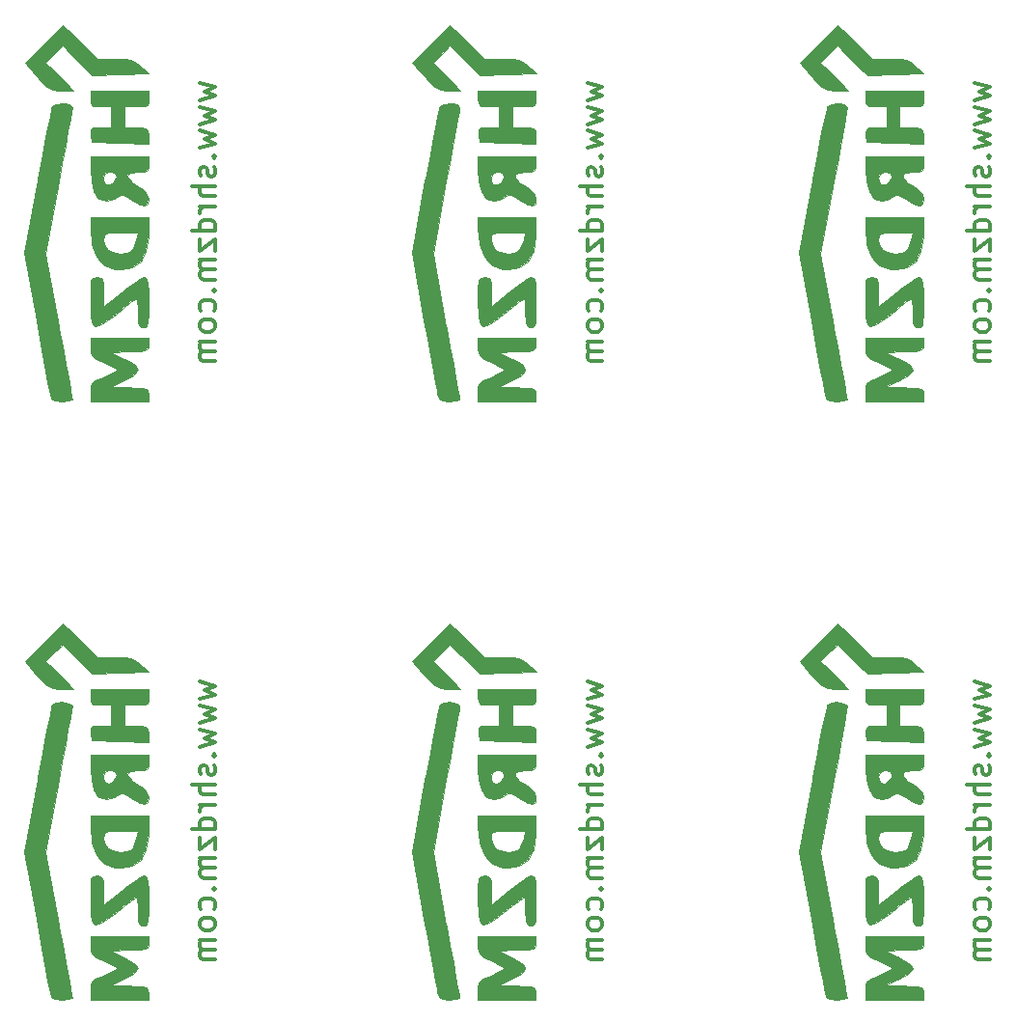
<source format=gbr>
G04 #@! TF.GenerationSoftware,KiCad,Pcbnew,(5.1.9)-1*
G04 #@! TF.CreationDate,2021-03-22T07:19:38+01:00*
G04 #@! TF.ProjectId,IM350- Multi,494d3335-302d-4204-9d75-6c74692e6b69,rev?*
G04 #@! TF.SameCoordinates,Original*
G04 #@! TF.FileFunction,Legend,Bot*
G04 #@! TF.FilePolarity,Positive*
%FSLAX46Y46*%
G04 Gerber Fmt 4.6, Leading zero omitted, Abs format (unit mm)*
G04 Created by KiCad (PCBNEW (5.1.9)-1) date 2021-03-22 07:19:38*
%MOMM*%
%LPD*%
G01*
G04 APERTURE LIST*
%ADD10C,0.300000*%
%ADD11C,0.010000*%
G04 APERTURE END LIST*
D10*
X144071428Y-53714285D02*
X145404761Y-54095238D01*
X144452380Y-54476190D01*
X145404761Y-54857142D01*
X144071428Y-55238095D01*
X144071428Y-55809523D02*
X145404761Y-56190476D01*
X144452380Y-56571428D01*
X145404761Y-56952380D01*
X144071428Y-57333333D01*
X144071428Y-57904761D02*
X145404761Y-58285714D01*
X144452380Y-58666666D01*
X145404761Y-59047619D01*
X144071428Y-59428571D01*
X145214285Y-60190476D02*
X145309523Y-60285714D01*
X145404761Y-60190476D01*
X145309523Y-60095238D01*
X145214285Y-60190476D01*
X145404761Y-60190476D01*
X145309523Y-61047619D02*
X145404761Y-61238095D01*
X145404761Y-61619047D01*
X145309523Y-61809523D01*
X145119047Y-61904761D01*
X145023809Y-61904761D01*
X144833333Y-61809523D01*
X144738095Y-61619047D01*
X144738095Y-61333333D01*
X144642857Y-61142857D01*
X144452380Y-61047619D01*
X144357142Y-61047619D01*
X144166666Y-61142857D01*
X144071428Y-61333333D01*
X144071428Y-61619047D01*
X144166666Y-61809523D01*
X145404761Y-62761904D02*
X143404761Y-62761904D01*
X145404761Y-63619047D02*
X144357142Y-63619047D01*
X144166666Y-63523809D01*
X144071428Y-63333333D01*
X144071428Y-63047619D01*
X144166666Y-62857142D01*
X144261904Y-62761904D01*
X145404761Y-64571428D02*
X144071428Y-64571428D01*
X144452380Y-64571428D02*
X144261904Y-64666666D01*
X144166666Y-64761904D01*
X144071428Y-64952380D01*
X144071428Y-65142857D01*
X145404761Y-66666666D02*
X143404761Y-66666666D01*
X145309523Y-66666666D02*
X145404761Y-66476190D01*
X145404761Y-66095238D01*
X145309523Y-65904761D01*
X145214285Y-65809523D01*
X145023809Y-65714285D01*
X144452380Y-65714285D01*
X144261904Y-65809523D01*
X144166666Y-65904761D01*
X144071428Y-66095238D01*
X144071428Y-66476190D01*
X144166666Y-66666666D01*
X144071428Y-67428571D02*
X144071428Y-68476190D01*
X145404761Y-67428571D01*
X145404761Y-68476190D01*
X145404761Y-69238095D02*
X144071428Y-69238095D01*
X144261904Y-69238095D02*
X144166666Y-69333333D01*
X144071428Y-69523809D01*
X144071428Y-69809523D01*
X144166666Y-70000000D01*
X144357142Y-70095238D01*
X145404761Y-70095238D01*
X144357142Y-70095238D02*
X144166666Y-70190476D01*
X144071428Y-70380952D01*
X144071428Y-70666666D01*
X144166666Y-70857142D01*
X144357142Y-70952380D01*
X145404761Y-70952380D01*
X145214285Y-71904761D02*
X145309523Y-72000000D01*
X145404761Y-71904761D01*
X145309523Y-71809523D01*
X145214285Y-71904761D01*
X145404761Y-71904761D01*
X145309523Y-73714285D02*
X145404761Y-73523809D01*
X145404761Y-73142857D01*
X145309523Y-72952380D01*
X145214285Y-72857142D01*
X145023809Y-72761904D01*
X144452380Y-72761904D01*
X144261904Y-72857142D01*
X144166666Y-72952380D01*
X144071428Y-73142857D01*
X144071428Y-73523809D01*
X144166666Y-73714285D01*
X145404761Y-74857142D02*
X145309523Y-74666666D01*
X145214285Y-74571428D01*
X145023809Y-74476190D01*
X144452380Y-74476190D01*
X144261904Y-74571428D01*
X144166666Y-74666666D01*
X144071428Y-74857142D01*
X144071428Y-75142857D01*
X144166666Y-75333333D01*
X144261904Y-75428571D01*
X144452380Y-75523809D01*
X145023809Y-75523809D01*
X145214285Y-75428571D01*
X145309523Y-75333333D01*
X145404761Y-75142857D01*
X145404761Y-74857142D01*
X145404761Y-76380952D02*
X144071428Y-76380952D01*
X144261904Y-76380952D02*
X144166666Y-76476190D01*
X144071428Y-76666666D01*
X144071428Y-76952380D01*
X144166666Y-77142857D01*
X144357142Y-77238095D01*
X145404761Y-77238095D01*
X144357142Y-77238095D02*
X144166666Y-77333333D01*
X144071428Y-77523809D01*
X144071428Y-77809523D01*
X144166666Y-77999999D01*
X144357142Y-78095238D01*
X145404761Y-78095238D01*
X110071428Y-53714285D02*
X111404761Y-54095238D01*
X110452380Y-54476190D01*
X111404761Y-54857142D01*
X110071428Y-55238095D01*
X110071428Y-55809523D02*
X111404761Y-56190476D01*
X110452380Y-56571428D01*
X111404761Y-56952380D01*
X110071428Y-57333333D01*
X110071428Y-57904761D02*
X111404761Y-58285714D01*
X110452380Y-58666666D01*
X111404761Y-59047619D01*
X110071428Y-59428571D01*
X111214285Y-60190476D02*
X111309523Y-60285714D01*
X111404761Y-60190476D01*
X111309523Y-60095238D01*
X111214285Y-60190476D01*
X111404761Y-60190476D01*
X111309523Y-61047619D02*
X111404761Y-61238095D01*
X111404761Y-61619047D01*
X111309523Y-61809523D01*
X111119047Y-61904761D01*
X111023809Y-61904761D01*
X110833333Y-61809523D01*
X110738095Y-61619047D01*
X110738095Y-61333333D01*
X110642857Y-61142857D01*
X110452380Y-61047619D01*
X110357142Y-61047619D01*
X110166666Y-61142857D01*
X110071428Y-61333333D01*
X110071428Y-61619047D01*
X110166666Y-61809523D01*
X111404761Y-62761904D02*
X109404761Y-62761904D01*
X111404761Y-63619047D02*
X110357142Y-63619047D01*
X110166666Y-63523809D01*
X110071428Y-63333333D01*
X110071428Y-63047619D01*
X110166666Y-62857142D01*
X110261904Y-62761904D01*
X111404761Y-64571428D02*
X110071428Y-64571428D01*
X110452380Y-64571428D02*
X110261904Y-64666666D01*
X110166666Y-64761904D01*
X110071428Y-64952380D01*
X110071428Y-65142857D01*
X111404761Y-66666666D02*
X109404761Y-66666666D01*
X111309523Y-66666666D02*
X111404761Y-66476190D01*
X111404761Y-66095238D01*
X111309523Y-65904761D01*
X111214285Y-65809523D01*
X111023809Y-65714285D01*
X110452380Y-65714285D01*
X110261904Y-65809523D01*
X110166666Y-65904761D01*
X110071428Y-66095238D01*
X110071428Y-66476190D01*
X110166666Y-66666666D01*
X110071428Y-67428571D02*
X110071428Y-68476190D01*
X111404761Y-67428571D01*
X111404761Y-68476190D01*
X111404761Y-69238095D02*
X110071428Y-69238095D01*
X110261904Y-69238095D02*
X110166666Y-69333333D01*
X110071428Y-69523809D01*
X110071428Y-69809523D01*
X110166666Y-70000000D01*
X110357142Y-70095238D01*
X111404761Y-70095238D01*
X110357142Y-70095238D02*
X110166666Y-70190476D01*
X110071428Y-70380952D01*
X110071428Y-70666666D01*
X110166666Y-70857142D01*
X110357142Y-70952380D01*
X111404761Y-70952380D01*
X111214285Y-71904761D02*
X111309523Y-71999999D01*
X111404761Y-71904761D01*
X111309523Y-71809523D01*
X111214285Y-71904761D01*
X111404761Y-71904761D01*
X111309523Y-73714285D02*
X111404761Y-73523809D01*
X111404761Y-73142857D01*
X111309523Y-72952380D01*
X111214285Y-72857142D01*
X111023809Y-72761904D01*
X110452380Y-72761904D01*
X110261904Y-72857142D01*
X110166666Y-72952380D01*
X110071428Y-73142857D01*
X110071428Y-73523809D01*
X110166666Y-73714285D01*
X111404761Y-74857142D02*
X111309523Y-74666666D01*
X111214285Y-74571428D01*
X111023809Y-74476190D01*
X110452380Y-74476190D01*
X110261904Y-74571428D01*
X110166666Y-74666666D01*
X110071428Y-74857142D01*
X110071428Y-75142857D01*
X110166666Y-75333333D01*
X110261904Y-75428571D01*
X110452380Y-75523809D01*
X111023809Y-75523809D01*
X111214285Y-75428571D01*
X111309523Y-75333333D01*
X111404761Y-75142857D01*
X111404761Y-74857142D01*
X111404761Y-76380952D02*
X110071428Y-76380952D01*
X110261904Y-76380952D02*
X110166666Y-76476190D01*
X110071428Y-76666666D01*
X110071428Y-76952380D01*
X110166666Y-77142857D01*
X110357142Y-77238095D01*
X111404761Y-77238095D01*
X110357142Y-77238095D02*
X110166666Y-77333333D01*
X110071428Y-77523809D01*
X110071428Y-77809523D01*
X110166666Y-77999999D01*
X110357142Y-78095238D01*
X111404761Y-78095238D01*
X144071428Y-106214285D02*
X145404761Y-106595238D01*
X144452380Y-106976190D01*
X145404761Y-107357142D01*
X144071428Y-107738095D01*
X144071428Y-108309523D02*
X145404761Y-108690476D01*
X144452380Y-109071428D01*
X145404761Y-109452380D01*
X144071428Y-109833333D01*
X144071428Y-110404761D02*
X145404761Y-110785714D01*
X144452380Y-111166666D01*
X145404761Y-111547619D01*
X144071428Y-111928571D01*
X145214285Y-112690476D02*
X145309523Y-112785714D01*
X145404761Y-112690476D01*
X145309523Y-112595238D01*
X145214285Y-112690476D01*
X145404761Y-112690476D01*
X145309523Y-113547619D02*
X145404761Y-113738095D01*
X145404761Y-114119047D01*
X145309523Y-114309523D01*
X145119047Y-114404761D01*
X145023809Y-114404761D01*
X144833333Y-114309523D01*
X144738095Y-114119047D01*
X144738095Y-113833333D01*
X144642857Y-113642857D01*
X144452380Y-113547619D01*
X144357142Y-113547619D01*
X144166666Y-113642857D01*
X144071428Y-113833333D01*
X144071428Y-114119047D01*
X144166666Y-114309523D01*
X145404761Y-115261904D02*
X143404761Y-115261904D01*
X145404761Y-116119047D02*
X144357142Y-116119047D01*
X144166666Y-116023809D01*
X144071428Y-115833333D01*
X144071428Y-115547619D01*
X144166666Y-115357142D01*
X144261904Y-115261904D01*
X145404761Y-117071428D02*
X144071428Y-117071428D01*
X144452380Y-117071428D02*
X144261904Y-117166666D01*
X144166666Y-117261904D01*
X144071428Y-117452380D01*
X144071428Y-117642857D01*
X145404761Y-119166666D02*
X143404761Y-119166666D01*
X145309523Y-119166666D02*
X145404761Y-118976190D01*
X145404761Y-118595238D01*
X145309523Y-118404761D01*
X145214285Y-118309523D01*
X145023809Y-118214285D01*
X144452380Y-118214285D01*
X144261904Y-118309523D01*
X144166666Y-118404761D01*
X144071428Y-118595238D01*
X144071428Y-118976190D01*
X144166666Y-119166666D01*
X144071428Y-119928571D02*
X144071428Y-120976190D01*
X145404761Y-119928571D01*
X145404761Y-120976190D01*
X145404761Y-121738095D02*
X144071428Y-121738095D01*
X144261904Y-121738095D02*
X144166666Y-121833333D01*
X144071428Y-122023809D01*
X144071428Y-122309523D01*
X144166666Y-122500000D01*
X144357142Y-122595238D01*
X145404761Y-122595238D01*
X144357142Y-122595238D02*
X144166666Y-122690476D01*
X144071428Y-122880952D01*
X144071428Y-123166666D01*
X144166666Y-123357142D01*
X144357142Y-123452380D01*
X145404761Y-123452380D01*
X145214285Y-124404761D02*
X145309523Y-124500000D01*
X145404761Y-124404761D01*
X145309523Y-124309523D01*
X145214285Y-124404761D01*
X145404761Y-124404761D01*
X145309523Y-126214285D02*
X145404761Y-126023809D01*
X145404761Y-125642857D01*
X145309523Y-125452380D01*
X145214285Y-125357142D01*
X145023809Y-125261904D01*
X144452380Y-125261904D01*
X144261904Y-125357142D01*
X144166666Y-125452380D01*
X144071428Y-125642857D01*
X144071428Y-126023809D01*
X144166666Y-126214285D01*
X145404761Y-127357142D02*
X145309523Y-127166666D01*
X145214285Y-127071428D01*
X145023809Y-126976190D01*
X144452380Y-126976190D01*
X144261904Y-127071428D01*
X144166666Y-127166666D01*
X144071428Y-127357142D01*
X144071428Y-127642857D01*
X144166666Y-127833333D01*
X144261904Y-127928571D01*
X144452380Y-128023809D01*
X145023809Y-128023809D01*
X145214285Y-127928571D01*
X145309523Y-127833333D01*
X145404761Y-127642857D01*
X145404761Y-127357142D01*
X145404761Y-128880952D02*
X144071428Y-128880952D01*
X144261904Y-128880952D02*
X144166666Y-128976190D01*
X144071428Y-129166666D01*
X144071428Y-129452380D01*
X144166666Y-129642857D01*
X144357142Y-129738095D01*
X145404761Y-129738095D01*
X144357142Y-129738095D02*
X144166666Y-129833333D01*
X144071428Y-130023809D01*
X144071428Y-130309523D01*
X144166666Y-130499999D01*
X144357142Y-130595238D01*
X145404761Y-130595238D01*
X110071428Y-106214285D02*
X111404761Y-106595238D01*
X110452380Y-106976190D01*
X111404761Y-107357142D01*
X110071428Y-107738095D01*
X110071428Y-108309523D02*
X111404761Y-108690476D01*
X110452380Y-109071428D01*
X111404761Y-109452380D01*
X110071428Y-109833333D01*
X110071428Y-110404761D02*
X111404761Y-110785714D01*
X110452380Y-111166666D01*
X111404761Y-111547619D01*
X110071428Y-111928571D01*
X111214285Y-112690476D02*
X111309523Y-112785714D01*
X111404761Y-112690476D01*
X111309523Y-112595238D01*
X111214285Y-112690476D01*
X111404761Y-112690476D01*
X111309523Y-113547619D02*
X111404761Y-113738095D01*
X111404761Y-114119047D01*
X111309523Y-114309523D01*
X111119047Y-114404761D01*
X111023809Y-114404761D01*
X110833333Y-114309523D01*
X110738095Y-114119047D01*
X110738095Y-113833333D01*
X110642857Y-113642857D01*
X110452380Y-113547619D01*
X110357142Y-113547619D01*
X110166666Y-113642857D01*
X110071428Y-113833333D01*
X110071428Y-114119047D01*
X110166666Y-114309523D01*
X111404761Y-115261904D02*
X109404761Y-115261904D01*
X111404761Y-116119047D02*
X110357142Y-116119047D01*
X110166666Y-116023809D01*
X110071428Y-115833333D01*
X110071428Y-115547619D01*
X110166666Y-115357142D01*
X110261904Y-115261904D01*
X111404761Y-117071428D02*
X110071428Y-117071428D01*
X110452380Y-117071428D02*
X110261904Y-117166666D01*
X110166666Y-117261904D01*
X110071428Y-117452380D01*
X110071428Y-117642857D01*
X111404761Y-119166666D02*
X109404761Y-119166666D01*
X111309523Y-119166666D02*
X111404761Y-118976190D01*
X111404761Y-118595238D01*
X111309523Y-118404761D01*
X111214285Y-118309523D01*
X111023809Y-118214285D01*
X110452380Y-118214285D01*
X110261904Y-118309523D01*
X110166666Y-118404761D01*
X110071428Y-118595238D01*
X110071428Y-118976190D01*
X110166666Y-119166666D01*
X110071428Y-119928571D02*
X110071428Y-120976190D01*
X111404761Y-119928571D01*
X111404761Y-120976190D01*
X111404761Y-121738095D02*
X110071428Y-121738095D01*
X110261904Y-121738095D02*
X110166666Y-121833333D01*
X110071428Y-122023809D01*
X110071428Y-122309523D01*
X110166666Y-122500000D01*
X110357142Y-122595238D01*
X111404761Y-122595238D01*
X110357142Y-122595238D02*
X110166666Y-122690476D01*
X110071428Y-122880952D01*
X110071428Y-123166666D01*
X110166666Y-123357142D01*
X110357142Y-123452380D01*
X111404761Y-123452380D01*
X111214285Y-124404761D02*
X111309523Y-124499999D01*
X111404761Y-124404761D01*
X111309523Y-124309523D01*
X111214285Y-124404761D01*
X111404761Y-124404761D01*
X111309523Y-126214285D02*
X111404761Y-126023809D01*
X111404761Y-125642857D01*
X111309523Y-125452380D01*
X111214285Y-125357142D01*
X111023809Y-125261904D01*
X110452380Y-125261904D01*
X110261904Y-125357142D01*
X110166666Y-125452380D01*
X110071428Y-125642857D01*
X110071428Y-126023809D01*
X110166666Y-126214285D01*
X111404761Y-127357142D02*
X111309523Y-127166666D01*
X111214285Y-127071428D01*
X111023809Y-126976190D01*
X110452380Y-126976190D01*
X110261904Y-127071428D01*
X110166666Y-127166666D01*
X110071428Y-127357142D01*
X110071428Y-127642857D01*
X110166666Y-127833333D01*
X110261904Y-127928571D01*
X110452380Y-128023809D01*
X111023809Y-128023809D01*
X111214285Y-127928571D01*
X111309523Y-127833333D01*
X111404761Y-127642857D01*
X111404761Y-127357142D01*
X111404761Y-128880952D02*
X110071428Y-128880952D01*
X110261904Y-128880952D02*
X110166666Y-128976190D01*
X110071428Y-129166666D01*
X110071428Y-129452380D01*
X110166666Y-129642857D01*
X110357142Y-129738095D01*
X111404761Y-129738095D01*
X110357142Y-129738095D02*
X110166666Y-129833333D01*
X110071428Y-130023809D01*
X110071428Y-130309523D01*
X110166666Y-130499999D01*
X110357142Y-130595238D01*
X111404761Y-130595238D01*
X76071428Y-106214285D02*
X77404761Y-106595238D01*
X76452380Y-106976190D01*
X77404761Y-107357142D01*
X76071428Y-107738095D01*
X76071428Y-108309523D02*
X77404761Y-108690476D01*
X76452380Y-109071428D01*
X77404761Y-109452380D01*
X76071428Y-109833333D01*
X76071428Y-110404761D02*
X77404761Y-110785714D01*
X76452380Y-111166666D01*
X77404761Y-111547619D01*
X76071428Y-111928571D01*
X77214285Y-112690476D02*
X77309523Y-112785714D01*
X77404761Y-112690476D01*
X77309523Y-112595238D01*
X77214285Y-112690476D01*
X77404761Y-112690476D01*
X77309523Y-113547619D02*
X77404761Y-113738095D01*
X77404761Y-114119047D01*
X77309523Y-114309523D01*
X77119047Y-114404761D01*
X77023809Y-114404761D01*
X76833333Y-114309523D01*
X76738095Y-114119047D01*
X76738095Y-113833333D01*
X76642857Y-113642857D01*
X76452380Y-113547619D01*
X76357142Y-113547619D01*
X76166666Y-113642857D01*
X76071428Y-113833333D01*
X76071428Y-114119047D01*
X76166666Y-114309523D01*
X77404761Y-115261904D02*
X75404761Y-115261904D01*
X77404761Y-116119047D02*
X76357142Y-116119047D01*
X76166666Y-116023809D01*
X76071428Y-115833333D01*
X76071428Y-115547619D01*
X76166666Y-115357142D01*
X76261904Y-115261904D01*
X77404761Y-117071428D02*
X76071428Y-117071428D01*
X76452380Y-117071428D02*
X76261904Y-117166666D01*
X76166666Y-117261904D01*
X76071428Y-117452380D01*
X76071428Y-117642857D01*
X77404761Y-119166666D02*
X75404761Y-119166666D01*
X77309523Y-119166666D02*
X77404761Y-118976190D01*
X77404761Y-118595238D01*
X77309523Y-118404761D01*
X77214285Y-118309523D01*
X77023809Y-118214285D01*
X76452380Y-118214285D01*
X76261904Y-118309523D01*
X76166666Y-118404761D01*
X76071428Y-118595238D01*
X76071428Y-118976190D01*
X76166666Y-119166666D01*
X76071428Y-119928571D02*
X76071428Y-120976190D01*
X77404761Y-119928571D01*
X77404761Y-120976190D01*
X77404761Y-121738095D02*
X76071428Y-121738095D01*
X76261904Y-121738095D02*
X76166666Y-121833333D01*
X76071428Y-122023809D01*
X76071428Y-122309523D01*
X76166666Y-122500000D01*
X76357142Y-122595238D01*
X77404761Y-122595238D01*
X76357142Y-122595238D02*
X76166666Y-122690476D01*
X76071428Y-122880952D01*
X76071428Y-123166666D01*
X76166666Y-123357142D01*
X76357142Y-123452380D01*
X77404761Y-123452380D01*
X77214285Y-124404761D02*
X77309523Y-124499999D01*
X77404761Y-124404761D01*
X77309523Y-124309523D01*
X77214285Y-124404761D01*
X77404761Y-124404761D01*
X77309523Y-126214285D02*
X77404761Y-126023809D01*
X77404761Y-125642857D01*
X77309523Y-125452380D01*
X77214285Y-125357142D01*
X77023809Y-125261904D01*
X76452380Y-125261904D01*
X76261904Y-125357142D01*
X76166666Y-125452380D01*
X76071428Y-125642857D01*
X76071428Y-126023809D01*
X76166666Y-126214285D01*
X77404761Y-127357142D02*
X77309523Y-127166666D01*
X77214285Y-127071428D01*
X77023809Y-126976190D01*
X76452380Y-126976190D01*
X76261904Y-127071428D01*
X76166666Y-127166666D01*
X76071428Y-127357142D01*
X76071428Y-127642857D01*
X76166666Y-127833333D01*
X76261904Y-127928571D01*
X76452380Y-128023809D01*
X77023809Y-128023809D01*
X77214285Y-127928571D01*
X77309523Y-127833333D01*
X77404761Y-127642857D01*
X77404761Y-127357142D01*
X77404761Y-128880952D02*
X76071428Y-128880952D01*
X76261904Y-128880952D02*
X76166666Y-128976190D01*
X76071428Y-129166666D01*
X76071428Y-129452380D01*
X76166666Y-129642857D01*
X76357142Y-129738095D01*
X77404761Y-129738095D01*
X76357142Y-129738095D02*
X76166666Y-129833333D01*
X76071428Y-130023809D01*
X76071428Y-130309523D01*
X76166666Y-130500000D01*
X76357142Y-130595238D01*
X77404761Y-130595238D01*
X76071428Y-53714285D02*
X77404761Y-54095238D01*
X76452380Y-54476190D01*
X77404761Y-54857142D01*
X76071428Y-55238095D01*
X76071428Y-55809523D02*
X77404761Y-56190476D01*
X76452380Y-56571428D01*
X77404761Y-56952380D01*
X76071428Y-57333333D01*
X76071428Y-57904761D02*
X77404761Y-58285714D01*
X76452380Y-58666666D01*
X77404761Y-59047619D01*
X76071428Y-59428571D01*
X77214285Y-60190476D02*
X77309523Y-60285714D01*
X77404761Y-60190476D01*
X77309523Y-60095238D01*
X77214285Y-60190476D01*
X77404761Y-60190476D01*
X77309523Y-61047619D02*
X77404761Y-61238095D01*
X77404761Y-61619047D01*
X77309523Y-61809523D01*
X77119047Y-61904761D01*
X77023809Y-61904761D01*
X76833333Y-61809523D01*
X76738095Y-61619047D01*
X76738095Y-61333333D01*
X76642857Y-61142857D01*
X76452380Y-61047619D01*
X76357142Y-61047619D01*
X76166666Y-61142857D01*
X76071428Y-61333333D01*
X76071428Y-61619047D01*
X76166666Y-61809523D01*
X77404761Y-62761904D02*
X75404761Y-62761904D01*
X77404761Y-63619047D02*
X76357142Y-63619047D01*
X76166666Y-63523809D01*
X76071428Y-63333333D01*
X76071428Y-63047619D01*
X76166666Y-62857142D01*
X76261904Y-62761904D01*
X77404761Y-64571428D02*
X76071428Y-64571428D01*
X76452380Y-64571428D02*
X76261904Y-64666666D01*
X76166666Y-64761904D01*
X76071428Y-64952380D01*
X76071428Y-65142857D01*
X77404761Y-66666666D02*
X75404761Y-66666666D01*
X77309523Y-66666666D02*
X77404761Y-66476190D01*
X77404761Y-66095238D01*
X77309523Y-65904761D01*
X77214285Y-65809523D01*
X77023809Y-65714285D01*
X76452380Y-65714285D01*
X76261904Y-65809523D01*
X76166666Y-65904761D01*
X76071428Y-66095238D01*
X76071428Y-66476190D01*
X76166666Y-66666666D01*
X76071428Y-67428571D02*
X76071428Y-68476190D01*
X77404761Y-67428571D01*
X77404761Y-68476190D01*
X77404761Y-69238095D02*
X76071428Y-69238095D01*
X76261904Y-69238095D02*
X76166666Y-69333333D01*
X76071428Y-69523809D01*
X76071428Y-69809523D01*
X76166666Y-70000000D01*
X76357142Y-70095238D01*
X77404761Y-70095238D01*
X76357142Y-70095238D02*
X76166666Y-70190476D01*
X76071428Y-70380952D01*
X76071428Y-70666666D01*
X76166666Y-70857142D01*
X76357142Y-70952380D01*
X77404761Y-70952380D01*
X77214285Y-71904761D02*
X77309523Y-71999999D01*
X77404761Y-71904761D01*
X77309523Y-71809523D01*
X77214285Y-71904761D01*
X77404761Y-71904761D01*
X77309523Y-73714285D02*
X77404761Y-73523809D01*
X77404761Y-73142857D01*
X77309523Y-72952380D01*
X77214285Y-72857142D01*
X77023809Y-72761904D01*
X76452380Y-72761904D01*
X76261904Y-72857142D01*
X76166666Y-72952380D01*
X76071428Y-73142857D01*
X76071428Y-73523809D01*
X76166666Y-73714285D01*
X77404761Y-74857142D02*
X77309523Y-74666666D01*
X77214285Y-74571428D01*
X77023809Y-74476190D01*
X76452380Y-74476190D01*
X76261904Y-74571428D01*
X76166666Y-74666666D01*
X76071428Y-74857142D01*
X76071428Y-75142857D01*
X76166666Y-75333333D01*
X76261904Y-75428571D01*
X76452380Y-75523809D01*
X77023809Y-75523809D01*
X77214285Y-75428571D01*
X77309523Y-75333333D01*
X77404761Y-75142857D01*
X77404761Y-74857142D01*
X77404761Y-76380952D02*
X76071428Y-76380952D01*
X76261904Y-76380952D02*
X76166666Y-76476190D01*
X76071428Y-76666666D01*
X76071428Y-76952380D01*
X76166666Y-77142857D01*
X76357142Y-77238095D01*
X77404761Y-77238095D01*
X76357142Y-77238095D02*
X76166666Y-77333333D01*
X76071428Y-77523809D01*
X76071428Y-77809523D01*
X76166666Y-78000000D01*
X76357142Y-78095238D01*
X77404761Y-78095238D01*
D11*
G36*
X129759720Y-105665909D02*
G01*
X130340303Y-106310177D01*
X130770803Y-106673828D01*
X131190181Y-106836427D01*
X131737399Y-106877537D01*
X131876992Y-106878182D01*
X132945133Y-106878182D01*
X131742149Y-105660067D01*
X130539166Y-104441952D01*
X131282657Y-103698461D01*
X132026148Y-102954971D01*
X133316738Y-104232094D01*
X134607328Y-105509218D01*
X137090599Y-105443245D01*
X139573871Y-105377273D01*
X138910209Y-104742273D01*
X138500821Y-104399175D01*
X138076390Y-104207457D01*
X137484816Y-104124410D01*
X136648614Y-104107273D01*
X135050680Y-104107273D01*
X133538189Y-102606372D01*
X132025698Y-101105470D01*
X128710588Y-104453636D01*
X129759720Y-105665909D01*
G37*
X129759720Y-105665909D02*
X130340303Y-106310177D01*
X130770803Y-106673828D01*
X131190181Y-106836427D01*
X131737399Y-106877537D01*
X131876992Y-106878182D01*
X132945133Y-106878182D01*
X131742149Y-105660067D01*
X130539166Y-104441952D01*
X131282657Y-103698461D01*
X132026148Y-102954971D01*
X133316738Y-104232094D01*
X134607328Y-105509218D01*
X137090599Y-105443245D01*
X139573871Y-105377273D01*
X138910209Y-104742273D01*
X138500821Y-104399175D01*
X138076390Y-104207457D01*
X137484816Y-104124410D01*
X136648614Y-104107273D01*
X135050680Y-104107273D01*
X133538189Y-102606372D01*
X132025698Y-101105470D01*
X128710588Y-104453636D01*
X129759720Y-105665909D01*
G36*
X134498292Y-108015091D02*
G01*
X134695944Y-108212549D01*
X135187122Y-108262543D01*
X135385454Y-108263636D01*
X136309091Y-108263636D01*
X136309091Y-110110909D01*
X135370117Y-110110909D01*
X134775193Y-110135044D01*
X134521424Y-110266253D01*
X134488531Y-110592738D01*
X134504208Y-110745909D01*
X134577272Y-111380909D01*
X137059545Y-111446448D01*
X139541818Y-111511988D01*
X139541818Y-110811448D01*
X139512352Y-110380722D01*
X139340367Y-110176720D01*
X138900487Y-110114916D01*
X138502727Y-110110909D01*
X137463636Y-110110909D01*
X137463636Y-108263636D01*
X138502727Y-108263636D01*
X139141680Y-108243555D01*
X139444309Y-108127610D01*
X139535944Y-107832247D01*
X139541818Y-107570909D01*
X139541818Y-106878182D01*
X134461818Y-106878182D01*
X134461818Y-107570909D01*
X134498292Y-108015091D01*
G37*
X134498292Y-108015091D02*
X134695944Y-108212549D01*
X135187122Y-108262543D01*
X135385454Y-108263636D01*
X136309091Y-108263636D01*
X136309091Y-110110909D01*
X135370117Y-110110909D01*
X134775193Y-110135044D01*
X134521424Y-110266253D01*
X134488531Y-110592738D01*
X134504208Y-110745909D01*
X134577272Y-111380909D01*
X137059545Y-111446448D01*
X139541818Y-111511988D01*
X139541818Y-110811448D01*
X139512352Y-110380722D01*
X139340367Y-110176720D01*
X138900487Y-110114916D01*
X138502727Y-110110909D01*
X137463636Y-110110909D01*
X137463636Y-108263636D01*
X138502727Y-108263636D01*
X139141680Y-108243555D01*
X139444309Y-108127610D01*
X139535944Y-107832247D01*
X139541818Y-107570909D01*
X139541818Y-106878182D01*
X134461818Y-106878182D01*
X134461818Y-107570909D01*
X134498292Y-108015091D01*
G36*
X134546235Y-114857163D02*
G01*
X134776401Y-115735316D01*
X135117685Y-116306962D01*
X135226718Y-116394946D01*
X135882505Y-116565610D01*
X136569532Y-116372746D01*
X136793121Y-116209898D01*
X137077610Y-116008835D01*
X137371679Y-116020776D01*
X137825884Y-116272796D01*
X138077178Y-116440807D01*
X138812785Y-116884752D01*
X139268546Y-117003520D01*
X139493792Y-116795842D01*
X139541194Y-116403182D01*
X139436356Y-115915390D01*
X139051108Y-115527836D01*
X138678010Y-115306364D01*
X138120334Y-114927229D01*
X137777117Y-114542275D01*
X137738066Y-114440455D01*
X137769813Y-114178422D01*
X138068632Y-114060205D01*
X138601250Y-114036364D01*
X139200492Y-114010272D01*
X139469616Y-113867546D01*
X139539887Y-113511506D01*
X139541818Y-113343636D01*
X139541818Y-112650909D01*
X136209696Y-112650909D01*
X136209696Y-114036364D01*
X136642177Y-114111745D01*
X136743785Y-114416047D01*
X136729241Y-114555909D01*
X136466292Y-115022726D01*
X136135909Y-115149242D01*
X135747837Y-115118270D01*
X135621022Y-114788761D01*
X135616363Y-114629696D01*
X135704860Y-114183193D01*
X136062941Y-114040743D01*
X136209696Y-114036364D01*
X136209696Y-112650909D01*
X134461818Y-112650909D01*
X134461818Y-113790422D01*
X134546235Y-114857163D01*
G37*
X134546235Y-114857163D02*
X134776401Y-115735316D01*
X135117685Y-116306962D01*
X135226718Y-116394946D01*
X135882505Y-116565610D01*
X136569532Y-116372746D01*
X136793121Y-116209898D01*
X137077610Y-116008835D01*
X137371679Y-116020776D01*
X137825884Y-116272796D01*
X138077178Y-116440807D01*
X138812785Y-116884752D01*
X139268546Y-117003520D01*
X139493792Y-116795842D01*
X139541194Y-116403182D01*
X139436356Y-115915390D01*
X139051108Y-115527836D01*
X138678010Y-115306364D01*
X138120334Y-114927229D01*
X137777117Y-114542275D01*
X137738066Y-114440455D01*
X137769813Y-114178422D01*
X138068632Y-114060205D01*
X138601250Y-114036364D01*
X139200492Y-114010272D01*
X139469616Y-113867546D01*
X139539887Y-113511506D01*
X139541818Y-113343636D01*
X139541818Y-112650909D01*
X136209696Y-112650909D01*
X136209696Y-114036364D01*
X136642177Y-114111745D01*
X136743785Y-114416047D01*
X136729241Y-114555909D01*
X136466292Y-115022726D01*
X136135909Y-115149242D01*
X135747837Y-115118270D01*
X135621022Y-114788761D01*
X135616363Y-114629696D01*
X135704860Y-114183193D01*
X136062941Y-114040743D01*
X136209696Y-114036364D01*
X136209696Y-112650909D01*
X134461818Y-112650909D01*
X134461818Y-113790422D01*
X134546235Y-114857163D01*
G36*
X134463106Y-118943182D02*
G01*
X134603587Y-120392018D01*
X135017315Y-121480493D01*
X135699123Y-122201492D01*
X136643840Y-122547900D01*
X137104872Y-122580000D01*
X138116709Y-122399507D01*
X138855900Y-121854574D01*
X139326202Y-120940015D01*
X139531370Y-119650647D01*
X139541818Y-119216786D01*
X139541818Y-117961818D01*
X137121672Y-117961818D01*
X137121672Y-119347273D01*
X138626980Y-119347273D01*
X138475287Y-119982273D01*
X138283473Y-120558327D01*
X138096250Y-120905909D01*
X137669201Y-121132366D01*
X137027147Y-121181523D01*
X136378403Y-121060684D01*
X135979220Y-120831688D01*
X135689040Y-120316415D01*
X135616363Y-119908052D01*
X135644690Y-119606819D01*
X135799044Y-119438836D01*
X136183485Y-119365337D01*
X136902073Y-119347557D01*
X137121672Y-119347273D01*
X137121672Y-117961818D01*
X134461818Y-117961818D01*
X134463106Y-118943182D01*
G37*
X134463106Y-118943182D02*
X134603587Y-120392018D01*
X135017315Y-121480493D01*
X135699123Y-122201492D01*
X136643840Y-122547900D01*
X137104872Y-122580000D01*
X138116709Y-122399507D01*
X138855900Y-121854574D01*
X139326202Y-120940015D01*
X139531370Y-119650647D01*
X139541818Y-119216786D01*
X139541818Y-117961818D01*
X137121672Y-117961818D01*
X137121672Y-119347273D01*
X138626980Y-119347273D01*
X138475287Y-119982273D01*
X138283473Y-120558327D01*
X138096250Y-120905909D01*
X137669201Y-121132366D01*
X137027147Y-121181523D01*
X136378403Y-121060684D01*
X135979220Y-120831688D01*
X135689040Y-120316415D01*
X135616363Y-119908052D01*
X135644690Y-119606819D01*
X135799044Y-119438836D01*
X136183485Y-119365337D01*
X136902073Y-119347557D01*
X137121672Y-119347273D01*
X137121672Y-117961818D01*
X134461818Y-117961818D01*
X134463106Y-118943182D01*
G36*
X134486845Y-126512665D02*
G01*
X134596570Y-127233746D01*
X134842964Y-127545510D01*
X135277993Y-127472067D01*
X135953626Y-127037529D01*
X136740129Y-126415182D01*
X137461922Y-125837411D01*
X138047470Y-125392447D01*
X138407237Y-125147299D01*
X138470704Y-125120000D01*
X138551485Y-125328873D01*
X138605052Y-125867658D01*
X138618181Y-126390000D01*
X138638226Y-127123931D01*
X138724894Y-127506267D01*
X138917981Y-127646455D01*
X139080000Y-127660000D01*
X139294643Y-127626875D01*
X139430110Y-127470391D01*
X139504437Y-127104881D01*
X139535658Y-126444679D01*
X139541818Y-125466364D01*
X139533022Y-124440998D01*
X139496120Y-123793239D01*
X139415343Y-123439040D01*
X139274919Y-123294356D01*
X139130205Y-123272727D01*
X138773596Y-123413733D01*
X138178026Y-123789794D01*
X137450873Y-124330471D01*
X137167477Y-124560215D01*
X135616363Y-125847703D01*
X135616363Y-124560215D01*
X135601850Y-123826626D01*
X135524744Y-123442405D01*
X135334701Y-123295266D01*
X135039091Y-123272727D01*
X134766199Y-123289188D01*
X134596586Y-123397714D01*
X134505696Y-123687020D01*
X134468969Y-124245821D01*
X134461850Y-125162833D01*
X134461818Y-125358156D01*
X134486845Y-126512665D01*
G37*
X134486845Y-126512665D02*
X134596570Y-127233746D01*
X134842964Y-127545510D01*
X135277993Y-127472067D01*
X135953626Y-127037529D01*
X136740129Y-126415182D01*
X137461922Y-125837411D01*
X138047470Y-125392447D01*
X138407237Y-125147299D01*
X138470704Y-125120000D01*
X138551485Y-125328873D01*
X138605052Y-125867658D01*
X138618181Y-126390000D01*
X138638226Y-127123931D01*
X138724894Y-127506267D01*
X138917981Y-127646455D01*
X139080000Y-127660000D01*
X139294643Y-127626875D01*
X139430110Y-127470391D01*
X139504437Y-127104881D01*
X139535658Y-126444679D01*
X139541818Y-125466364D01*
X139533022Y-124440998D01*
X139496120Y-123793239D01*
X139415343Y-123439040D01*
X139274919Y-123294356D01*
X139130205Y-123272727D01*
X138773596Y-123413733D01*
X138178026Y-123789794D01*
X137450873Y-124330471D01*
X137167477Y-124560215D01*
X135616363Y-125847703D01*
X135616363Y-124560215D01*
X135601850Y-123826626D01*
X135524744Y-123442405D01*
X135334701Y-123295266D01*
X135039091Y-123272727D01*
X134766199Y-123289188D01*
X134596586Y-123397714D01*
X134505696Y-123687020D01*
X134468969Y-124245821D01*
X134461850Y-125162833D01*
X134461818Y-125358156D01*
X134486845Y-126512665D01*
G36*
X134496136Y-129895429D02*
G01*
X134670983Y-130212548D01*
X135094195Y-130477470D01*
X135616363Y-130705401D01*
X136256220Y-130999891D01*
X136675473Y-131247657D01*
X136770909Y-131354545D01*
X136576068Y-131529365D01*
X136074721Y-131799208D01*
X135616363Y-132003690D01*
X134946186Y-132306606D01*
X134602406Y-132573805D01*
X134477186Y-132926784D01*
X134461818Y-133304476D01*
X134461818Y-134125455D01*
X139541818Y-134125455D01*
X139541818Y-133558298D01*
X139515048Y-133264735D01*
X139368948Y-133089308D01*
X139004829Y-132994585D01*
X138324002Y-132943132D01*
X137867727Y-132923298D01*
X136193636Y-132855455D01*
X137405909Y-132307474D01*
X138212638Y-131867728D01*
X138590872Y-131476133D01*
X138618181Y-131354545D01*
X138393411Y-130983463D01*
X137732945Y-130558569D01*
X137405909Y-130401617D01*
X136193636Y-129853636D01*
X137867727Y-129785793D01*
X138731043Y-129741738D01*
X139231377Y-129671965D01*
X139467418Y-129539041D01*
X139537853Y-129305533D01*
X139541818Y-129150793D01*
X139541818Y-128583636D01*
X134461818Y-128583636D01*
X134461818Y-129404615D01*
X134496136Y-129895429D01*
G37*
X134496136Y-129895429D02*
X134670983Y-130212548D01*
X135094195Y-130477470D01*
X135616363Y-130705401D01*
X136256220Y-130999891D01*
X136675473Y-131247657D01*
X136770909Y-131354545D01*
X136576068Y-131529365D01*
X136074721Y-131799208D01*
X135616363Y-132003690D01*
X134946186Y-132306606D01*
X134602406Y-132573805D01*
X134477186Y-132926784D01*
X134461818Y-133304476D01*
X134461818Y-134125455D01*
X139541818Y-134125455D01*
X139541818Y-133558298D01*
X139515048Y-133264735D01*
X139368948Y-133089308D01*
X139004829Y-132994585D01*
X138324002Y-132943132D01*
X137867727Y-132923298D01*
X136193636Y-132855455D01*
X137405909Y-132307474D01*
X138212638Y-131867728D01*
X138590872Y-131476133D01*
X138618181Y-131354545D01*
X138393411Y-130983463D01*
X137732945Y-130558569D01*
X137405909Y-130401617D01*
X136193636Y-129853636D01*
X137867727Y-129785793D01*
X138731043Y-129741738D01*
X139231377Y-129671965D01*
X139467418Y-129539041D01*
X139537853Y-129305533D01*
X139541818Y-129150793D01*
X139541818Y-128583636D01*
X134461818Y-128583636D01*
X134461818Y-129404615D01*
X134496136Y-129895429D01*
G36*
X129717061Y-127007674D02*
G01*
X130010566Y-128626873D01*
X130283059Y-130124181D01*
X130521903Y-131430633D01*
X130714460Y-132477259D01*
X130848094Y-133195094D01*
X130904934Y-133490455D01*
X131046903Y-133906115D01*
X131343737Y-134086503D01*
X131940165Y-134125455D01*
X132511956Y-134092207D01*
X132825211Y-134009347D01*
X132845454Y-133978460D01*
X132805176Y-133721645D01*
X132691475Y-133070160D01*
X132515055Y-132083428D01*
X132286618Y-130820871D01*
X132016866Y-129341910D01*
X131716503Y-127705968D01*
X131680952Y-127513005D01*
X130516451Y-121194545D01*
X131680952Y-114876085D01*
X131984688Y-113218936D01*
X132258889Y-111705430D01*
X132492789Y-110396410D01*
X132675622Y-109352720D01*
X132796622Y-108635203D01*
X132845022Y-108304700D01*
X132845454Y-108295176D01*
X132642454Y-108119803D01*
X132142268Y-108034437D01*
X132050900Y-108032727D01*
X131478993Y-108089543D01*
X131138719Y-108228272D01*
X131123514Y-108247653D01*
X131048696Y-108522829D01*
X130903827Y-109192306D01*
X130700815Y-110195899D01*
X130451566Y-111473422D01*
X130167990Y-112964689D01*
X129861994Y-114609515D01*
X129824906Y-114811236D01*
X128659130Y-121159894D01*
X129717061Y-127007674D01*
G37*
X129717061Y-127007674D02*
X130010566Y-128626873D01*
X130283059Y-130124181D01*
X130521903Y-131430633D01*
X130714460Y-132477259D01*
X130848094Y-133195094D01*
X130904934Y-133490455D01*
X131046903Y-133906115D01*
X131343737Y-134086503D01*
X131940165Y-134125455D01*
X132511956Y-134092207D01*
X132825211Y-134009347D01*
X132845454Y-133978460D01*
X132805176Y-133721645D01*
X132691475Y-133070160D01*
X132515055Y-132083428D01*
X132286618Y-130820871D01*
X132016866Y-129341910D01*
X131716503Y-127705968D01*
X131680952Y-127513005D01*
X130516451Y-121194545D01*
X131680952Y-114876085D01*
X131984688Y-113218936D01*
X132258889Y-111705430D01*
X132492789Y-110396410D01*
X132675622Y-109352720D01*
X132796622Y-108635203D01*
X132845022Y-108304700D01*
X132845454Y-108295176D01*
X132642454Y-108119803D01*
X132142268Y-108034437D01*
X132050900Y-108032727D01*
X131478993Y-108089543D01*
X131138719Y-108228272D01*
X131123514Y-108247653D01*
X131048696Y-108522829D01*
X130903827Y-109192306D01*
X130700815Y-110195899D01*
X130451566Y-111473422D01*
X130167990Y-112964689D01*
X129861994Y-114609515D01*
X129824906Y-114811236D01*
X128659130Y-121159894D01*
X129717061Y-127007674D01*
G36*
X129717061Y-74507674D02*
G01*
X130010566Y-76126873D01*
X130283059Y-77624181D01*
X130521903Y-78930633D01*
X130714460Y-79977259D01*
X130848094Y-80695094D01*
X130904934Y-80990455D01*
X131046903Y-81406115D01*
X131343737Y-81586503D01*
X131940165Y-81625455D01*
X132511956Y-81592207D01*
X132825211Y-81509347D01*
X132845454Y-81478460D01*
X132805176Y-81221645D01*
X132691475Y-80570160D01*
X132515055Y-79583428D01*
X132286618Y-78320871D01*
X132016866Y-76841910D01*
X131716503Y-75205968D01*
X131680952Y-75013005D01*
X130516451Y-68694545D01*
X131680952Y-62376085D01*
X131984688Y-60718936D01*
X132258889Y-59205430D01*
X132492789Y-57896410D01*
X132675622Y-56852720D01*
X132796622Y-56135203D01*
X132845022Y-55804700D01*
X132845454Y-55795176D01*
X132642454Y-55619803D01*
X132142268Y-55534437D01*
X132050900Y-55532727D01*
X131478993Y-55589543D01*
X131138719Y-55728272D01*
X131123514Y-55747653D01*
X131048696Y-56022829D01*
X130903827Y-56692306D01*
X130700815Y-57695899D01*
X130451566Y-58973422D01*
X130167990Y-60464689D01*
X129861994Y-62109515D01*
X129824906Y-62311236D01*
X128659130Y-68659894D01*
X129717061Y-74507674D01*
G37*
X129717061Y-74507674D02*
X130010566Y-76126873D01*
X130283059Y-77624181D01*
X130521903Y-78930633D01*
X130714460Y-79977259D01*
X130848094Y-80695094D01*
X130904934Y-80990455D01*
X131046903Y-81406115D01*
X131343737Y-81586503D01*
X131940165Y-81625455D01*
X132511956Y-81592207D01*
X132825211Y-81509347D01*
X132845454Y-81478460D01*
X132805176Y-81221645D01*
X132691475Y-80570160D01*
X132515055Y-79583428D01*
X132286618Y-78320871D01*
X132016866Y-76841910D01*
X131716503Y-75205968D01*
X131680952Y-75013005D01*
X130516451Y-68694545D01*
X131680952Y-62376085D01*
X131984688Y-60718936D01*
X132258889Y-59205430D01*
X132492789Y-57896410D01*
X132675622Y-56852720D01*
X132796622Y-56135203D01*
X132845022Y-55804700D01*
X132845454Y-55795176D01*
X132642454Y-55619803D01*
X132142268Y-55534437D01*
X132050900Y-55532727D01*
X131478993Y-55589543D01*
X131138719Y-55728272D01*
X131123514Y-55747653D01*
X131048696Y-56022829D01*
X130903827Y-56692306D01*
X130700815Y-57695899D01*
X130451566Y-58973422D01*
X130167990Y-60464689D01*
X129861994Y-62109515D01*
X129824906Y-62311236D01*
X128659130Y-68659894D01*
X129717061Y-74507674D01*
G36*
X134496136Y-77395429D02*
G01*
X134670983Y-77712548D01*
X135094195Y-77977470D01*
X135616363Y-78205401D01*
X136256220Y-78499891D01*
X136675473Y-78747657D01*
X136770909Y-78854545D01*
X136576068Y-79029365D01*
X136074721Y-79299208D01*
X135616363Y-79503690D01*
X134946186Y-79806606D01*
X134602406Y-80073805D01*
X134477186Y-80426784D01*
X134461818Y-80804476D01*
X134461818Y-81625455D01*
X139541818Y-81625455D01*
X139541818Y-81058298D01*
X139515048Y-80764735D01*
X139368948Y-80589308D01*
X139004829Y-80494585D01*
X138324002Y-80443132D01*
X137867727Y-80423298D01*
X136193636Y-80355455D01*
X137405909Y-79807474D01*
X138212638Y-79367728D01*
X138590872Y-78976133D01*
X138618181Y-78854545D01*
X138393411Y-78483463D01*
X137732945Y-78058569D01*
X137405909Y-77901617D01*
X136193636Y-77353636D01*
X137867727Y-77285793D01*
X138731043Y-77241738D01*
X139231377Y-77171965D01*
X139467418Y-77039041D01*
X139537853Y-76805533D01*
X139541818Y-76650793D01*
X139541818Y-76083636D01*
X134461818Y-76083636D01*
X134461818Y-76904615D01*
X134496136Y-77395429D01*
G37*
X134496136Y-77395429D02*
X134670983Y-77712548D01*
X135094195Y-77977470D01*
X135616363Y-78205401D01*
X136256220Y-78499891D01*
X136675473Y-78747657D01*
X136770909Y-78854545D01*
X136576068Y-79029365D01*
X136074721Y-79299208D01*
X135616363Y-79503690D01*
X134946186Y-79806606D01*
X134602406Y-80073805D01*
X134477186Y-80426784D01*
X134461818Y-80804476D01*
X134461818Y-81625455D01*
X139541818Y-81625455D01*
X139541818Y-81058298D01*
X139515048Y-80764735D01*
X139368948Y-80589308D01*
X139004829Y-80494585D01*
X138324002Y-80443132D01*
X137867727Y-80423298D01*
X136193636Y-80355455D01*
X137405909Y-79807474D01*
X138212638Y-79367728D01*
X138590872Y-78976133D01*
X138618181Y-78854545D01*
X138393411Y-78483463D01*
X137732945Y-78058569D01*
X137405909Y-77901617D01*
X136193636Y-77353636D01*
X137867727Y-77285793D01*
X138731043Y-77241738D01*
X139231377Y-77171965D01*
X139467418Y-77039041D01*
X139537853Y-76805533D01*
X139541818Y-76650793D01*
X139541818Y-76083636D01*
X134461818Y-76083636D01*
X134461818Y-76904615D01*
X134496136Y-77395429D01*
G36*
X134486845Y-74012665D02*
G01*
X134596570Y-74733746D01*
X134842964Y-75045510D01*
X135277993Y-74972067D01*
X135953626Y-74537529D01*
X136740129Y-73915182D01*
X137461922Y-73337411D01*
X138047470Y-72892447D01*
X138407237Y-72647299D01*
X138470704Y-72620000D01*
X138551485Y-72828873D01*
X138605052Y-73367658D01*
X138618181Y-73890000D01*
X138638226Y-74623931D01*
X138724894Y-75006267D01*
X138917981Y-75146455D01*
X139080000Y-75160000D01*
X139294643Y-75126875D01*
X139430110Y-74970391D01*
X139504437Y-74604881D01*
X139535658Y-73944679D01*
X139541818Y-72966364D01*
X139533022Y-71940998D01*
X139496120Y-71293239D01*
X139415343Y-70939040D01*
X139274919Y-70794356D01*
X139130205Y-70772727D01*
X138773596Y-70913733D01*
X138178026Y-71289794D01*
X137450873Y-71830471D01*
X137167477Y-72060215D01*
X135616363Y-73347703D01*
X135616363Y-72060215D01*
X135601850Y-71326626D01*
X135524744Y-70942405D01*
X135334701Y-70795266D01*
X135039091Y-70772727D01*
X134766199Y-70789188D01*
X134596586Y-70897714D01*
X134505696Y-71187020D01*
X134468969Y-71745821D01*
X134461850Y-72662833D01*
X134461818Y-72858156D01*
X134486845Y-74012665D01*
G37*
X134486845Y-74012665D02*
X134596570Y-74733746D01*
X134842964Y-75045510D01*
X135277993Y-74972067D01*
X135953626Y-74537529D01*
X136740129Y-73915182D01*
X137461922Y-73337411D01*
X138047470Y-72892447D01*
X138407237Y-72647299D01*
X138470704Y-72620000D01*
X138551485Y-72828873D01*
X138605052Y-73367658D01*
X138618181Y-73890000D01*
X138638226Y-74623931D01*
X138724894Y-75006267D01*
X138917981Y-75146455D01*
X139080000Y-75160000D01*
X139294643Y-75126875D01*
X139430110Y-74970391D01*
X139504437Y-74604881D01*
X139535658Y-73944679D01*
X139541818Y-72966364D01*
X139533022Y-71940998D01*
X139496120Y-71293239D01*
X139415343Y-70939040D01*
X139274919Y-70794356D01*
X139130205Y-70772727D01*
X138773596Y-70913733D01*
X138178026Y-71289794D01*
X137450873Y-71830471D01*
X137167477Y-72060215D01*
X135616363Y-73347703D01*
X135616363Y-72060215D01*
X135601850Y-71326626D01*
X135524744Y-70942405D01*
X135334701Y-70795266D01*
X135039091Y-70772727D01*
X134766199Y-70789188D01*
X134596586Y-70897714D01*
X134505696Y-71187020D01*
X134468969Y-71745821D01*
X134461850Y-72662833D01*
X134461818Y-72858156D01*
X134486845Y-74012665D01*
G36*
X134463106Y-66443182D02*
G01*
X134603587Y-67892018D01*
X135017315Y-68980493D01*
X135699123Y-69701492D01*
X136643840Y-70047900D01*
X137104872Y-70080000D01*
X138116709Y-69899507D01*
X138855900Y-69354574D01*
X139326202Y-68440015D01*
X139531370Y-67150647D01*
X139541818Y-66716786D01*
X139541818Y-65461818D01*
X137121672Y-65461818D01*
X137121672Y-66847273D01*
X138626980Y-66847273D01*
X138475287Y-67482273D01*
X138283473Y-68058327D01*
X138096250Y-68405909D01*
X137669201Y-68632366D01*
X137027147Y-68681523D01*
X136378403Y-68560684D01*
X135979220Y-68331688D01*
X135689040Y-67816415D01*
X135616363Y-67408052D01*
X135644690Y-67106819D01*
X135799044Y-66938836D01*
X136183485Y-66865337D01*
X136902073Y-66847557D01*
X137121672Y-66847273D01*
X137121672Y-65461818D01*
X134461818Y-65461818D01*
X134463106Y-66443182D01*
G37*
X134463106Y-66443182D02*
X134603587Y-67892018D01*
X135017315Y-68980493D01*
X135699123Y-69701492D01*
X136643840Y-70047900D01*
X137104872Y-70080000D01*
X138116709Y-69899507D01*
X138855900Y-69354574D01*
X139326202Y-68440015D01*
X139531370Y-67150647D01*
X139541818Y-66716786D01*
X139541818Y-65461818D01*
X137121672Y-65461818D01*
X137121672Y-66847273D01*
X138626980Y-66847273D01*
X138475287Y-67482273D01*
X138283473Y-68058327D01*
X138096250Y-68405909D01*
X137669201Y-68632366D01*
X137027147Y-68681523D01*
X136378403Y-68560684D01*
X135979220Y-68331688D01*
X135689040Y-67816415D01*
X135616363Y-67408052D01*
X135644690Y-67106819D01*
X135799044Y-66938836D01*
X136183485Y-66865337D01*
X136902073Y-66847557D01*
X137121672Y-66847273D01*
X137121672Y-65461818D01*
X134461818Y-65461818D01*
X134463106Y-66443182D01*
G36*
X134546235Y-62357163D02*
G01*
X134776401Y-63235316D01*
X135117685Y-63806962D01*
X135226718Y-63894946D01*
X135882505Y-64065610D01*
X136569532Y-63872746D01*
X136793121Y-63709898D01*
X137077610Y-63508835D01*
X137371679Y-63520776D01*
X137825884Y-63772796D01*
X138077178Y-63940807D01*
X138812785Y-64384752D01*
X139268546Y-64503520D01*
X139493792Y-64295842D01*
X139541194Y-63903182D01*
X139436356Y-63415390D01*
X139051108Y-63027836D01*
X138678010Y-62806364D01*
X138120334Y-62427229D01*
X137777117Y-62042275D01*
X137738066Y-61940455D01*
X137769813Y-61678422D01*
X138068632Y-61560205D01*
X138601250Y-61536364D01*
X139200492Y-61510272D01*
X139469616Y-61367546D01*
X139539887Y-61011506D01*
X139541818Y-60843636D01*
X139541818Y-60150909D01*
X136209696Y-60150909D01*
X136209696Y-61536364D01*
X136642177Y-61611745D01*
X136743785Y-61916047D01*
X136729241Y-62055909D01*
X136466292Y-62522726D01*
X136135909Y-62649242D01*
X135747837Y-62618270D01*
X135621022Y-62288761D01*
X135616363Y-62129696D01*
X135704860Y-61683193D01*
X136062941Y-61540743D01*
X136209696Y-61536364D01*
X136209696Y-60150909D01*
X134461818Y-60150909D01*
X134461818Y-61290422D01*
X134546235Y-62357163D01*
G37*
X134546235Y-62357163D02*
X134776401Y-63235316D01*
X135117685Y-63806962D01*
X135226718Y-63894946D01*
X135882505Y-64065610D01*
X136569532Y-63872746D01*
X136793121Y-63709898D01*
X137077610Y-63508835D01*
X137371679Y-63520776D01*
X137825884Y-63772796D01*
X138077178Y-63940807D01*
X138812785Y-64384752D01*
X139268546Y-64503520D01*
X139493792Y-64295842D01*
X139541194Y-63903182D01*
X139436356Y-63415390D01*
X139051108Y-63027836D01*
X138678010Y-62806364D01*
X138120334Y-62427229D01*
X137777117Y-62042275D01*
X137738066Y-61940455D01*
X137769813Y-61678422D01*
X138068632Y-61560205D01*
X138601250Y-61536364D01*
X139200492Y-61510272D01*
X139469616Y-61367546D01*
X139539887Y-61011506D01*
X139541818Y-60843636D01*
X139541818Y-60150909D01*
X136209696Y-60150909D01*
X136209696Y-61536364D01*
X136642177Y-61611745D01*
X136743785Y-61916047D01*
X136729241Y-62055909D01*
X136466292Y-62522726D01*
X136135909Y-62649242D01*
X135747837Y-62618270D01*
X135621022Y-62288761D01*
X135616363Y-62129696D01*
X135704860Y-61683193D01*
X136062941Y-61540743D01*
X136209696Y-61536364D01*
X136209696Y-60150909D01*
X134461818Y-60150909D01*
X134461818Y-61290422D01*
X134546235Y-62357163D01*
G36*
X134498292Y-55515091D02*
G01*
X134695944Y-55712549D01*
X135187122Y-55762543D01*
X135385454Y-55763636D01*
X136309091Y-55763636D01*
X136309091Y-57610909D01*
X135370117Y-57610909D01*
X134775193Y-57635044D01*
X134521424Y-57766253D01*
X134488531Y-58092738D01*
X134504208Y-58245909D01*
X134577272Y-58880909D01*
X137059545Y-58946448D01*
X139541818Y-59011988D01*
X139541818Y-58311448D01*
X139512352Y-57880722D01*
X139340367Y-57676720D01*
X138900487Y-57614916D01*
X138502727Y-57610909D01*
X137463636Y-57610909D01*
X137463636Y-55763636D01*
X138502727Y-55763636D01*
X139141680Y-55743555D01*
X139444309Y-55627610D01*
X139535944Y-55332247D01*
X139541818Y-55070909D01*
X139541818Y-54378182D01*
X134461818Y-54378182D01*
X134461818Y-55070909D01*
X134498292Y-55515091D01*
G37*
X134498292Y-55515091D02*
X134695944Y-55712549D01*
X135187122Y-55762543D01*
X135385454Y-55763636D01*
X136309091Y-55763636D01*
X136309091Y-57610909D01*
X135370117Y-57610909D01*
X134775193Y-57635044D01*
X134521424Y-57766253D01*
X134488531Y-58092738D01*
X134504208Y-58245909D01*
X134577272Y-58880909D01*
X137059545Y-58946448D01*
X139541818Y-59011988D01*
X139541818Y-58311448D01*
X139512352Y-57880722D01*
X139340367Y-57676720D01*
X138900487Y-57614916D01*
X138502727Y-57610909D01*
X137463636Y-57610909D01*
X137463636Y-55763636D01*
X138502727Y-55763636D01*
X139141680Y-55743555D01*
X139444309Y-55627610D01*
X139535944Y-55332247D01*
X139541818Y-55070909D01*
X139541818Y-54378182D01*
X134461818Y-54378182D01*
X134461818Y-55070909D01*
X134498292Y-55515091D01*
G36*
X129759720Y-53165909D02*
G01*
X130340303Y-53810177D01*
X130770803Y-54173828D01*
X131190181Y-54336427D01*
X131737399Y-54377537D01*
X131876992Y-54378182D01*
X132945133Y-54378182D01*
X131742149Y-53160067D01*
X130539166Y-51941952D01*
X131282657Y-51198461D01*
X132026148Y-50454971D01*
X133316738Y-51732094D01*
X134607328Y-53009218D01*
X137090599Y-52943245D01*
X139573871Y-52877273D01*
X138910209Y-52242273D01*
X138500821Y-51899175D01*
X138076390Y-51707457D01*
X137484816Y-51624410D01*
X136648614Y-51607273D01*
X135050680Y-51607273D01*
X133538189Y-50106372D01*
X132025698Y-48605470D01*
X128710588Y-51953636D01*
X129759720Y-53165909D01*
G37*
X129759720Y-53165909D02*
X130340303Y-53810177D01*
X130770803Y-54173828D01*
X131190181Y-54336427D01*
X131737399Y-54377537D01*
X131876992Y-54378182D01*
X132945133Y-54378182D01*
X131742149Y-53160067D01*
X130539166Y-51941952D01*
X131282657Y-51198461D01*
X132026148Y-50454971D01*
X133316738Y-51732094D01*
X134607328Y-53009218D01*
X137090599Y-52943245D01*
X139573871Y-52877273D01*
X138910209Y-52242273D01*
X138500821Y-51899175D01*
X138076390Y-51707457D01*
X137484816Y-51624410D01*
X136648614Y-51607273D01*
X135050680Y-51607273D01*
X133538189Y-50106372D01*
X132025698Y-48605470D01*
X128710588Y-51953636D01*
X129759720Y-53165909D01*
G36*
X95717061Y-127007674D02*
G01*
X96010566Y-128626873D01*
X96283059Y-130124181D01*
X96521903Y-131430633D01*
X96714460Y-132477259D01*
X96848094Y-133195094D01*
X96904934Y-133490455D01*
X97046903Y-133906115D01*
X97343737Y-134086503D01*
X97940165Y-134125455D01*
X98511956Y-134092207D01*
X98825211Y-134009347D01*
X98845454Y-133978460D01*
X98805176Y-133721645D01*
X98691475Y-133070160D01*
X98515055Y-132083428D01*
X98286618Y-130820871D01*
X98016866Y-129341910D01*
X97716503Y-127705968D01*
X97680952Y-127513005D01*
X96516451Y-121194545D01*
X97680952Y-114876085D01*
X97984688Y-113218936D01*
X98258889Y-111705430D01*
X98492789Y-110396410D01*
X98675622Y-109352720D01*
X98796622Y-108635203D01*
X98845022Y-108304700D01*
X98845454Y-108295176D01*
X98642454Y-108119803D01*
X98142268Y-108034437D01*
X98050900Y-108032727D01*
X97478993Y-108089543D01*
X97138719Y-108228272D01*
X97123514Y-108247653D01*
X97048696Y-108522829D01*
X96903827Y-109192306D01*
X96700815Y-110195899D01*
X96451566Y-111473422D01*
X96167990Y-112964689D01*
X95861994Y-114609515D01*
X95824906Y-114811236D01*
X94659130Y-121159894D01*
X95717061Y-127007674D01*
G37*
X95717061Y-127007674D02*
X96010566Y-128626873D01*
X96283059Y-130124181D01*
X96521903Y-131430633D01*
X96714460Y-132477259D01*
X96848094Y-133195094D01*
X96904934Y-133490455D01*
X97046903Y-133906115D01*
X97343737Y-134086503D01*
X97940165Y-134125455D01*
X98511956Y-134092207D01*
X98825211Y-134009347D01*
X98845454Y-133978460D01*
X98805176Y-133721645D01*
X98691475Y-133070160D01*
X98515055Y-132083428D01*
X98286618Y-130820871D01*
X98016866Y-129341910D01*
X97716503Y-127705968D01*
X97680952Y-127513005D01*
X96516451Y-121194545D01*
X97680952Y-114876085D01*
X97984688Y-113218936D01*
X98258889Y-111705430D01*
X98492789Y-110396410D01*
X98675622Y-109352720D01*
X98796622Y-108635203D01*
X98845022Y-108304700D01*
X98845454Y-108295176D01*
X98642454Y-108119803D01*
X98142268Y-108034437D01*
X98050900Y-108032727D01*
X97478993Y-108089543D01*
X97138719Y-108228272D01*
X97123514Y-108247653D01*
X97048696Y-108522829D01*
X96903827Y-109192306D01*
X96700815Y-110195899D01*
X96451566Y-111473422D01*
X96167990Y-112964689D01*
X95861994Y-114609515D01*
X95824906Y-114811236D01*
X94659130Y-121159894D01*
X95717061Y-127007674D01*
G36*
X100496136Y-129895429D02*
G01*
X100670983Y-130212548D01*
X101094195Y-130477470D01*
X101616363Y-130705401D01*
X102256220Y-130999891D01*
X102675473Y-131247657D01*
X102770909Y-131354545D01*
X102576068Y-131529365D01*
X102074721Y-131799208D01*
X101616363Y-132003690D01*
X100946186Y-132306606D01*
X100602406Y-132573805D01*
X100477186Y-132926784D01*
X100461818Y-133304476D01*
X100461818Y-134125455D01*
X105541818Y-134125455D01*
X105541818Y-133558298D01*
X105515048Y-133264735D01*
X105368948Y-133089308D01*
X105004829Y-132994585D01*
X104324002Y-132943132D01*
X103867727Y-132923298D01*
X102193636Y-132855455D01*
X103405909Y-132307474D01*
X104212638Y-131867728D01*
X104590872Y-131476133D01*
X104618181Y-131354545D01*
X104393411Y-130983463D01*
X103732945Y-130558569D01*
X103405909Y-130401617D01*
X102193636Y-129853636D01*
X103867727Y-129785793D01*
X104731043Y-129741738D01*
X105231377Y-129671965D01*
X105467418Y-129539041D01*
X105537853Y-129305533D01*
X105541818Y-129150793D01*
X105541818Y-128583636D01*
X100461818Y-128583636D01*
X100461818Y-129404615D01*
X100496136Y-129895429D01*
G37*
X100496136Y-129895429D02*
X100670983Y-130212548D01*
X101094195Y-130477470D01*
X101616363Y-130705401D01*
X102256220Y-130999891D01*
X102675473Y-131247657D01*
X102770909Y-131354545D01*
X102576068Y-131529365D01*
X102074721Y-131799208D01*
X101616363Y-132003690D01*
X100946186Y-132306606D01*
X100602406Y-132573805D01*
X100477186Y-132926784D01*
X100461818Y-133304476D01*
X100461818Y-134125455D01*
X105541818Y-134125455D01*
X105541818Y-133558298D01*
X105515048Y-133264735D01*
X105368948Y-133089308D01*
X105004829Y-132994585D01*
X104324002Y-132943132D01*
X103867727Y-132923298D01*
X102193636Y-132855455D01*
X103405909Y-132307474D01*
X104212638Y-131867728D01*
X104590872Y-131476133D01*
X104618181Y-131354545D01*
X104393411Y-130983463D01*
X103732945Y-130558569D01*
X103405909Y-130401617D01*
X102193636Y-129853636D01*
X103867727Y-129785793D01*
X104731043Y-129741738D01*
X105231377Y-129671965D01*
X105467418Y-129539041D01*
X105537853Y-129305533D01*
X105541818Y-129150793D01*
X105541818Y-128583636D01*
X100461818Y-128583636D01*
X100461818Y-129404615D01*
X100496136Y-129895429D01*
G36*
X100486845Y-126512665D02*
G01*
X100596570Y-127233746D01*
X100842964Y-127545510D01*
X101277993Y-127472067D01*
X101953626Y-127037529D01*
X102740129Y-126415182D01*
X103461922Y-125837411D01*
X104047470Y-125392447D01*
X104407237Y-125147299D01*
X104470704Y-125120000D01*
X104551485Y-125328873D01*
X104605052Y-125867658D01*
X104618181Y-126390000D01*
X104638226Y-127123931D01*
X104724894Y-127506267D01*
X104917981Y-127646455D01*
X105080000Y-127660000D01*
X105294643Y-127626875D01*
X105430110Y-127470391D01*
X105504437Y-127104881D01*
X105535658Y-126444679D01*
X105541818Y-125466364D01*
X105533022Y-124440998D01*
X105496120Y-123793239D01*
X105415343Y-123439040D01*
X105274919Y-123294356D01*
X105130205Y-123272727D01*
X104773596Y-123413733D01*
X104178026Y-123789794D01*
X103450873Y-124330471D01*
X103167477Y-124560215D01*
X101616363Y-125847703D01*
X101616363Y-124560215D01*
X101601850Y-123826626D01*
X101524744Y-123442405D01*
X101334701Y-123295266D01*
X101039091Y-123272727D01*
X100766199Y-123289188D01*
X100596586Y-123397714D01*
X100505696Y-123687020D01*
X100468969Y-124245821D01*
X100461850Y-125162833D01*
X100461818Y-125358156D01*
X100486845Y-126512665D01*
G37*
X100486845Y-126512665D02*
X100596570Y-127233746D01*
X100842964Y-127545510D01*
X101277993Y-127472067D01*
X101953626Y-127037529D01*
X102740129Y-126415182D01*
X103461922Y-125837411D01*
X104047470Y-125392447D01*
X104407237Y-125147299D01*
X104470704Y-125120000D01*
X104551485Y-125328873D01*
X104605052Y-125867658D01*
X104618181Y-126390000D01*
X104638226Y-127123931D01*
X104724894Y-127506267D01*
X104917981Y-127646455D01*
X105080000Y-127660000D01*
X105294643Y-127626875D01*
X105430110Y-127470391D01*
X105504437Y-127104881D01*
X105535658Y-126444679D01*
X105541818Y-125466364D01*
X105533022Y-124440998D01*
X105496120Y-123793239D01*
X105415343Y-123439040D01*
X105274919Y-123294356D01*
X105130205Y-123272727D01*
X104773596Y-123413733D01*
X104178026Y-123789794D01*
X103450873Y-124330471D01*
X103167477Y-124560215D01*
X101616363Y-125847703D01*
X101616363Y-124560215D01*
X101601850Y-123826626D01*
X101524744Y-123442405D01*
X101334701Y-123295266D01*
X101039091Y-123272727D01*
X100766199Y-123289188D01*
X100596586Y-123397714D01*
X100505696Y-123687020D01*
X100468969Y-124245821D01*
X100461850Y-125162833D01*
X100461818Y-125358156D01*
X100486845Y-126512665D01*
G36*
X100463106Y-118943182D02*
G01*
X100603587Y-120392018D01*
X101017315Y-121480493D01*
X101699123Y-122201492D01*
X102643840Y-122547900D01*
X103104872Y-122580000D01*
X104116709Y-122399507D01*
X104855900Y-121854574D01*
X105326202Y-120940015D01*
X105531370Y-119650647D01*
X105541818Y-119216786D01*
X105541818Y-117961818D01*
X103121672Y-117961818D01*
X103121672Y-119347273D01*
X104626980Y-119347273D01*
X104475287Y-119982273D01*
X104283473Y-120558327D01*
X104096250Y-120905909D01*
X103669201Y-121132366D01*
X103027147Y-121181523D01*
X102378403Y-121060684D01*
X101979220Y-120831688D01*
X101689040Y-120316415D01*
X101616363Y-119908052D01*
X101644690Y-119606819D01*
X101799044Y-119438836D01*
X102183485Y-119365337D01*
X102902073Y-119347557D01*
X103121672Y-119347273D01*
X103121672Y-117961818D01*
X100461818Y-117961818D01*
X100463106Y-118943182D01*
G37*
X100463106Y-118943182D02*
X100603587Y-120392018D01*
X101017315Y-121480493D01*
X101699123Y-122201492D01*
X102643840Y-122547900D01*
X103104872Y-122580000D01*
X104116709Y-122399507D01*
X104855900Y-121854574D01*
X105326202Y-120940015D01*
X105531370Y-119650647D01*
X105541818Y-119216786D01*
X105541818Y-117961818D01*
X103121672Y-117961818D01*
X103121672Y-119347273D01*
X104626980Y-119347273D01*
X104475287Y-119982273D01*
X104283473Y-120558327D01*
X104096250Y-120905909D01*
X103669201Y-121132366D01*
X103027147Y-121181523D01*
X102378403Y-121060684D01*
X101979220Y-120831688D01*
X101689040Y-120316415D01*
X101616363Y-119908052D01*
X101644690Y-119606819D01*
X101799044Y-119438836D01*
X102183485Y-119365337D01*
X102902073Y-119347557D01*
X103121672Y-119347273D01*
X103121672Y-117961818D01*
X100461818Y-117961818D01*
X100463106Y-118943182D01*
G36*
X100546235Y-114857163D02*
G01*
X100776401Y-115735316D01*
X101117685Y-116306962D01*
X101226718Y-116394946D01*
X101882505Y-116565610D01*
X102569532Y-116372746D01*
X102793121Y-116209898D01*
X103077610Y-116008835D01*
X103371679Y-116020776D01*
X103825884Y-116272796D01*
X104077178Y-116440807D01*
X104812785Y-116884752D01*
X105268546Y-117003520D01*
X105493792Y-116795842D01*
X105541194Y-116403182D01*
X105436356Y-115915390D01*
X105051108Y-115527836D01*
X104678010Y-115306364D01*
X104120334Y-114927229D01*
X103777117Y-114542275D01*
X103738066Y-114440455D01*
X103769813Y-114178422D01*
X104068632Y-114060205D01*
X104601250Y-114036364D01*
X105200492Y-114010272D01*
X105469616Y-113867546D01*
X105539887Y-113511506D01*
X105541818Y-113343636D01*
X105541818Y-112650909D01*
X102209696Y-112650909D01*
X102209696Y-114036364D01*
X102642177Y-114111745D01*
X102743785Y-114416047D01*
X102729241Y-114555909D01*
X102466292Y-115022726D01*
X102135909Y-115149242D01*
X101747837Y-115118270D01*
X101621022Y-114788761D01*
X101616363Y-114629696D01*
X101704860Y-114183193D01*
X102062941Y-114040743D01*
X102209696Y-114036364D01*
X102209696Y-112650909D01*
X100461818Y-112650909D01*
X100461818Y-113790422D01*
X100546235Y-114857163D01*
G37*
X100546235Y-114857163D02*
X100776401Y-115735316D01*
X101117685Y-116306962D01*
X101226718Y-116394946D01*
X101882505Y-116565610D01*
X102569532Y-116372746D01*
X102793121Y-116209898D01*
X103077610Y-116008835D01*
X103371679Y-116020776D01*
X103825884Y-116272796D01*
X104077178Y-116440807D01*
X104812785Y-116884752D01*
X105268546Y-117003520D01*
X105493792Y-116795842D01*
X105541194Y-116403182D01*
X105436356Y-115915390D01*
X105051108Y-115527836D01*
X104678010Y-115306364D01*
X104120334Y-114927229D01*
X103777117Y-114542275D01*
X103738066Y-114440455D01*
X103769813Y-114178422D01*
X104068632Y-114060205D01*
X104601250Y-114036364D01*
X105200492Y-114010272D01*
X105469616Y-113867546D01*
X105539887Y-113511506D01*
X105541818Y-113343636D01*
X105541818Y-112650909D01*
X102209696Y-112650909D01*
X102209696Y-114036364D01*
X102642177Y-114111745D01*
X102743785Y-114416047D01*
X102729241Y-114555909D01*
X102466292Y-115022726D01*
X102135909Y-115149242D01*
X101747837Y-115118270D01*
X101621022Y-114788761D01*
X101616363Y-114629696D01*
X101704860Y-114183193D01*
X102062941Y-114040743D01*
X102209696Y-114036364D01*
X102209696Y-112650909D01*
X100461818Y-112650909D01*
X100461818Y-113790422D01*
X100546235Y-114857163D01*
G36*
X100498292Y-108015091D02*
G01*
X100695944Y-108212549D01*
X101187122Y-108262543D01*
X101385454Y-108263636D01*
X102309091Y-108263636D01*
X102309091Y-110110909D01*
X101370117Y-110110909D01*
X100775193Y-110135044D01*
X100521424Y-110266253D01*
X100488531Y-110592738D01*
X100504208Y-110745909D01*
X100577272Y-111380909D01*
X103059545Y-111446448D01*
X105541818Y-111511988D01*
X105541818Y-110811448D01*
X105512352Y-110380722D01*
X105340367Y-110176720D01*
X104900487Y-110114916D01*
X104502727Y-110110909D01*
X103463636Y-110110909D01*
X103463636Y-108263636D01*
X104502727Y-108263636D01*
X105141680Y-108243555D01*
X105444309Y-108127610D01*
X105535944Y-107832247D01*
X105541818Y-107570909D01*
X105541818Y-106878182D01*
X100461818Y-106878182D01*
X100461818Y-107570909D01*
X100498292Y-108015091D01*
G37*
X100498292Y-108015091D02*
X100695944Y-108212549D01*
X101187122Y-108262543D01*
X101385454Y-108263636D01*
X102309091Y-108263636D01*
X102309091Y-110110909D01*
X101370117Y-110110909D01*
X100775193Y-110135044D01*
X100521424Y-110266253D01*
X100488531Y-110592738D01*
X100504208Y-110745909D01*
X100577272Y-111380909D01*
X103059545Y-111446448D01*
X105541818Y-111511988D01*
X105541818Y-110811448D01*
X105512352Y-110380722D01*
X105340367Y-110176720D01*
X104900487Y-110114916D01*
X104502727Y-110110909D01*
X103463636Y-110110909D01*
X103463636Y-108263636D01*
X104502727Y-108263636D01*
X105141680Y-108243555D01*
X105444309Y-108127610D01*
X105535944Y-107832247D01*
X105541818Y-107570909D01*
X105541818Y-106878182D01*
X100461818Y-106878182D01*
X100461818Y-107570909D01*
X100498292Y-108015091D01*
G36*
X95759720Y-105665909D02*
G01*
X96340303Y-106310177D01*
X96770803Y-106673828D01*
X97190181Y-106836427D01*
X97737399Y-106877537D01*
X97876992Y-106878182D01*
X98945133Y-106878182D01*
X97742149Y-105660067D01*
X96539166Y-104441952D01*
X97282657Y-103698461D01*
X98026148Y-102954971D01*
X99316738Y-104232094D01*
X100607328Y-105509218D01*
X103090599Y-105443245D01*
X105573871Y-105377273D01*
X104910209Y-104742273D01*
X104500821Y-104399175D01*
X104076390Y-104207457D01*
X103484816Y-104124410D01*
X102648614Y-104107273D01*
X101050680Y-104107273D01*
X99538189Y-102606372D01*
X98025698Y-101105470D01*
X94710588Y-104453636D01*
X95759720Y-105665909D01*
G37*
X95759720Y-105665909D02*
X96340303Y-106310177D01*
X96770803Y-106673828D01*
X97190181Y-106836427D01*
X97737399Y-106877537D01*
X97876992Y-106878182D01*
X98945133Y-106878182D01*
X97742149Y-105660067D01*
X96539166Y-104441952D01*
X97282657Y-103698461D01*
X98026148Y-102954971D01*
X99316738Y-104232094D01*
X100607328Y-105509218D01*
X103090599Y-105443245D01*
X105573871Y-105377273D01*
X104910209Y-104742273D01*
X104500821Y-104399175D01*
X104076390Y-104207457D01*
X103484816Y-104124410D01*
X102648614Y-104107273D01*
X101050680Y-104107273D01*
X99538189Y-102606372D01*
X98025698Y-101105470D01*
X94710588Y-104453636D01*
X95759720Y-105665909D01*
G36*
X95759720Y-53165909D02*
G01*
X96340303Y-53810177D01*
X96770803Y-54173828D01*
X97190181Y-54336427D01*
X97737399Y-54377537D01*
X97876992Y-54378182D01*
X98945133Y-54378182D01*
X97742149Y-53160067D01*
X96539166Y-51941952D01*
X97282657Y-51198461D01*
X98026148Y-50454971D01*
X99316738Y-51732094D01*
X100607328Y-53009218D01*
X103090599Y-52943245D01*
X105573871Y-52877273D01*
X104910209Y-52242273D01*
X104500821Y-51899175D01*
X104076390Y-51707457D01*
X103484816Y-51624410D01*
X102648614Y-51607273D01*
X101050680Y-51607273D01*
X99538189Y-50106372D01*
X98025698Y-48605470D01*
X94710588Y-51953636D01*
X95759720Y-53165909D01*
G37*
X95759720Y-53165909D02*
X96340303Y-53810177D01*
X96770803Y-54173828D01*
X97190181Y-54336427D01*
X97737399Y-54377537D01*
X97876992Y-54378182D01*
X98945133Y-54378182D01*
X97742149Y-53160067D01*
X96539166Y-51941952D01*
X97282657Y-51198461D01*
X98026148Y-50454971D01*
X99316738Y-51732094D01*
X100607328Y-53009218D01*
X103090599Y-52943245D01*
X105573871Y-52877273D01*
X104910209Y-52242273D01*
X104500821Y-51899175D01*
X104076390Y-51707457D01*
X103484816Y-51624410D01*
X102648614Y-51607273D01*
X101050680Y-51607273D01*
X99538189Y-50106372D01*
X98025698Y-48605470D01*
X94710588Y-51953636D01*
X95759720Y-53165909D01*
G36*
X100498292Y-55515091D02*
G01*
X100695944Y-55712549D01*
X101187122Y-55762543D01*
X101385454Y-55763636D01*
X102309091Y-55763636D01*
X102309091Y-57610909D01*
X101370117Y-57610909D01*
X100775193Y-57635044D01*
X100521424Y-57766253D01*
X100488531Y-58092738D01*
X100504208Y-58245909D01*
X100577272Y-58880909D01*
X103059545Y-58946448D01*
X105541818Y-59011988D01*
X105541818Y-58311448D01*
X105512352Y-57880722D01*
X105340367Y-57676720D01*
X104900487Y-57614916D01*
X104502727Y-57610909D01*
X103463636Y-57610909D01*
X103463636Y-55763636D01*
X104502727Y-55763636D01*
X105141680Y-55743555D01*
X105444309Y-55627610D01*
X105535944Y-55332247D01*
X105541818Y-55070909D01*
X105541818Y-54378182D01*
X100461818Y-54378182D01*
X100461818Y-55070909D01*
X100498292Y-55515091D01*
G37*
X100498292Y-55515091D02*
X100695944Y-55712549D01*
X101187122Y-55762543D01*
X101385454Y-55763636D01*
X102309091Y-55763636D01*
X102309091Y-57610909D01*
X101370117Y-57610909D01*
X100775193Y-57635044D01*
X100521424Y-57766253D01*
X100488531Y-58092738D01*
X100504208Y-58245909D01*
X100577272Y-58880909D01*
X103059545Y-58946448D01*
X105541818Y-59011988D01*
X105541818Y-58311448D01*
X105512352Y-57880722D01*
X105340367Y-57676720D01*
X104900487Y-57614916D01*
X104502727Y-57610909D01*
X103463636Y-57610909D01*
X103463636Y-55763636D01*
X104502727Y-55763636D01*
X105141680Y-55743555D01*
X105444309Y-55627610D01*
X105535944Y-55332247D01*
X105541818Y-55070909D01*
X105541818Y-54378182D01*
X100461818Y-54378182D01*
X100461818Y-55070909D01*
X100498292Y-55515091D01*
G36*
X100546235Y-62357163D02*
G01*
X100776401Y-63235316D01*
X101117685Y-63806962D01*
X101226718Y-63894946D01*
X101882505Y-64065610D01*
X102569532Y-63872746D01*
X102793121Y-63709898D01*
X103077610Y-63508835D01*
X103371679Y-63520776D01*
X103825884Y-63772796D01*
X104077178Y-63940807D01*
X104812785Y-64384752D01*
X105268546Y-64503520D01*
X105493792Y-64295842D01*
X105541194Y-63903182D01*
X105436356Y-63415390D01*
X105051108Y-63027836D01*
X104678010Y-62806364D01*
X104120334Y-62427229D01*
X103777117Y-62042275D01*
X103738066Y-61940455D01*
X103769813Y-61678422D01*
X104068632Y-61560205D01*
X104601250Y-61536364D01*
X105200492Y-61510272D01*
X105469616Y-61367546D01*
X105539887Y-61011506D01*
X105541818Y-60843636D01*
X105541818Y-60150909D01*
X102209696Y-60150909D01*
X102209696Y-61536364D01*
X102642177Y-61611745D01*
X102743785Y-61916047D01*
X102729241Y-62055909D01*
X102466292Y-62522726D01*
X102135909Y-62649242D01*
X101747837Y-62618270D01*
X101621022Y-62288761D01*
X101616363Y-62129696D01*
X101704860Y-61683193D01*
X102062941Y-61540743D01*
X102209696Y-61536364D01*
X102209696Y-60150909D01*
X100461818Y-60150909D01*
X100461818Y-61290422D01*
X100546235Y-62357163D01*
G37*
X100546235Y-62357163D02*
X100776401Y-63235316D01*
X101117685Y-63806962D01*
X101226718Y-63894946D01*
X101882505Y-64065610D01*
X102569532Y-63872746D01*
X102793121Y-63709898D01*
X103077610Y-63508835D01*
X103371679Y-63520776D01*
X103825884Y-63772796D01*
X104077178Y-63940807D01*
X104812785Y-64384752D01*
X105268546Y-64503520D01*
X105493792Y-64295842D01*
X105541194Y-63903182D01*
X105436356Y-63415390D01*
X105051108Y-63027836D01*
X104678010Y-62806364D01*
X104120334Y-62427229D01*
X103777117Y-62042275D01*
X103738066Y-61940455D01*
X103769813Y-61678422D01*
X104068632Y-61560205D01*
X104601250Y-61536364D01*
X105200492Y-61510272D01*
X105469616Y-61367546D01*
X105539887Y-61011506D01*
X105541818Y-60843636D01*
X105541818Y-60150909D01*
X102209696Y-60150909D01*
X102209696Y-61536364D01*
X102642177Y-61611745D01*
X102743785Y-61916047D01*
X102729241Y-62055909D01*
X102466292Y-62522726D01*
X102135909Y-62649242D01*
X101747837Y-62618270D01*
X101621022Y-62288761D01*
X101616363Y-62129696D01*
X101704860Y-61683193D01*
X102062941Y-61540743D01*
X102209696Y-61536364D01*
X102209696Y-60150909D01*
X100461818Y-60150909D01*
X100461818Y-61290422D01*
X100546235Y-62357163D01*
G36*
X100463106Y-66443182D02*
G01*
X100603587Y-67892018D01*
X101017315Y-68980493D01*
X101699123Y-69701492D01*
X102643840Y-70047900D01*
X103104872Y-70080000D01*
X104116709Y-69899507D01*
X104855900Y-69354574D01*
X105326202Y-68440015D01*
X105531370Y-67150647D01*
X105541818Y-66716786D01*
X105541818Y-65461818D01*
X103121672Y-65461818D01*
X103121672Y-66847273D01*
X104626980Y-66847273D01*
X104475287Y-67482273D01*
X104283473Y-68058327D01*
X104096250Y-68405909D01*
X103669201Y-68632366D01*
X103027147Y-68681523D01*
X102378403Y-68560684D01*
X101979220Y-68331688D01*
X101689040Y-67816415D01*
X101616363Y-67408052D01*
X101644690Y-67106819D01*
X101799044Y-66938836D01*
X102183485Y-66865337D01*
X102902073Y-66847557D01*
X103121672Y-66847273D01*
X103121672Y-65461818D01*
X100461818Y-65461818D01*
X100463106Y-66443182D01*
G37*
X100463106Y-66443182D02*
X100603587Y-67892018D01*
X101017315Y-68980493D01*
X101699123Y-69701492D01*
X102643840Y-70047900D01*
X103104872Y-70080000D01*
X104116709Y-69899507D01*
X104855900Y-69354574D01*
X105326202Y-68440015D01*
X105531370Y-67150647D01*
X105541818Y-66716786D01*
X105541818Y-65461818D01*
X103121672Y-65461818D01*
X103121672Y-66847273D01*
X104626980Y-66847273D01*
X104475287Y-67482273D01*
X104283473Y-68058327D01*
X104096250Y-68405909D01*
X103669201Y-68632366D01*
X103027147Y-68681523D01*
X102378403Y-68560684D01*
X101979220Y-68331688D01*
X101689040Y-67816415D01*
X101616363Y-67408052D01*
X101644690Y-67106819D01*
X101799044Y-66938836D01*
X102183485Y-66865337D01*
X102902073Y-66847557D01*
X103121672Y-66847273D01*
X103121672Y-65461818D01*
X100461818Y-65461818D01*
X100463106Y-66443182D01*
G36*
X100486845Y-74012665D02*
G01*
X100596570Y-74733746D01*
X100842964Y-75045510D01*
X101277993Y-74972067D01*
X101953626Y-74537529D01*
X102740129Y-73915182D01*
X103461922Y-73337411D01*
X104047470Y-72892447D01*
X104407237Y-72647299D01*
X104470704Y-72620000D01*
X104551485Y-72828873D01*
X104605052Y-73367658D01*
X104618181Y-73890000D01*
X104638226Y-74623931D01*
X104724894Y-75006267D01*
X104917981Y-75146455D01*
X105080000Y-75160000D01*
X105294643Y-75126875D01*
X105430110Y-74970391D01*
X105504437Y-74604881D01*
X105535658Y-73944679D01*
X105541818Y-72966364D01*
X105533022Y-71940998D01*
X105496120Y-71293239D01*
X105415343Y-70939040D01*
X105274919Y-70794356D01*
X105130205Y-70772727D01*
X104773596Y-70913733D01*
X104178026Y-71289794D01*
X103450873Y-71830471D01*
X103167477Y-72060215D01*
X101616363Y-73347703D01*
X101616363Y-72060215D01*
X101601850Y-71326626D01*
X101524744Y-70942405D01*
X101334701Y-70795266D01*
X101039091Y-70772727D01*
X100766199Y-70789188D01*
X100596586Y-70897714D01*
X100505696Y-71187020D01*
X100468969Y-71745821D01*
X100461850Y-72662833D01*
X100461818Y-72858156D01*
X100486845Y-74012665D01*
G37*
X100486845Y-74012665D02*
X100596570Y-74733746D01*
X100842964Y-75045510D01*
X101277993Y-74972067D01*
X101953626Y-74537529D01*
X102740129Y-73915182D01*
X103461922Y-73337411D01*
X104047470Y-72892447D01*
X104407237Y-72647299D01*
X104470704Y-72620000D01*
X104551485Y-72828873D01*
X104605052Y-73367658D01*
X104618181Y-73890000D01*
X104638226Y-74623931D01*
X104724894Y-75006267D01*
X104917981Y-75146455D01*
X105080000Y-75160000D01*
X105294643Y-75126875D01*
X105430110Y-74970391D01*
X105504437Y-74604881D01*
X105535658Y-73944679D01*
X105541818Y-72966364D01*
X105533022Y-71940998D01*
X105496120Y-71293239D01*
X105415343Y-70939040D01*
X105274919Y-70794356D01*
X105130205Y-70772727D01*
X104773596Y-70913733D01*
X104178026Y-71289794D01*
X103450873Y-71830471D01*
X103167477Y-72060215D01*
X101616363Y-73347703D01*
X101616363Y-72060215D01*
X101601850Y-71326626D01*
X101524744Y-70942405D01*
X101334701Y-70795266D01*
X101039091Y-70772727D01*
X100766199Y-70789188D01*
X100596586Y-70897714D01*
X100505696Y-71187020D01*
X100468969Y-71745821D01*
X100461850Y-72662833D01*
X100461818Y-72858156D01*
X100486845Y-74012665D01*
G36*
X100496136Y-77395429D02*
G01*
X100670983Y-77712548D01*
X101094195Y-77977470D01*
X101616363Y-78205401D01*
X102256220Y-78499891D01*
X102675473Y-78747657D01*
X102770909Y-78854545D01*
X102576068Y-79029365D01*
X102074721Y-79299208D01*
X101616363Y-79503690D01*
X100946186Y-79806606D01*
X100602406Y-80073805D01*
X100477186Y-80426784D01*
X100461818Y-80804476D01*
X100461818Y-81625455D01*
X105541818Y-81625455D01*
X105541818Y-81058298D01*
X105515048Y-80764735D01*
X105368948Y-80589308D01*
X105004829Y-80494585D01*
X104324002Y-80443132D01*
X103867727Y-80423298D01*
X102193636Y-80355455D01*
X103405909Y-79807474D01*
X104212638Y-79367728D01*
X104590872Y-78976133D01*
X104618181Y-78854545D01*
X104393411Y-78483463D01*
X103732945Y-78058569D01*
X103405909Y-77901617D01*
X102193636Y-77353636D01*
X103867727Y-77285793D01*
X104731043Y-77241738D01*
X105231377Y-77171965D01*
X105467418Y-77039041D01*
X105537853Y-76805533D01*
X105541818Y-76650793D01*
X105541818Y-76083636D01*
X100461818Y-76083636D01*
X100461818Y-76904615D01*
X100496136Y-77395429D01*
G37*
X100496136Y-77395429D02*
X100670983Y-77712548D01*
X101094195Y-77977470D01*
X101616363Y-78205401D01*
X102256220Y-78499891D01*
X102675473Y-78747657D01*
X102770909Y-78854545D01*
X102576068Y-79029365D01*
X102074721Y-79299208D01*
X101616363Y-79503690D01*
X100946186Y-79806606D01*
X100602406Y-80073805D01*
X100477186Y-80426784D01*
X100461818Y-80804476D01*
X100461818Y-81625455D01*
X105541818Y-81625455D01*
X105541818Y-81058298D01*
X105515048Y-80764735D01*
X105368948Y-80589308D01*
X105004829Y-80494585D01*
X104324002Y-80443132D01*
X103867727Y-80423298D01*
X102193636Y-80355455D01*
X103405909Y-79807474D01*
X104212638Y-79367728D01*
X104590872Y-78976133D01*
X104618181Y-78854545D01*
X104393411Y-78483463D01*
X103732945Y-78058569D01*
X103405909Y-77901617D01*
X102193636Y-77353636D01*
X103867727Y-77285793D01*
X104731043Y-77241738D01*
X105231377Y-77171965D01*
X105467418Y-77039041D01*
X105537853Y-76805533D01*
X105541818Y-76650793D01*
X105541818Y-76083636D01*
X100461818Y-76083636D01*
X100461818Y-76904615D01*
X100496136Y-77395429D01*
G36*
X95717061Y-74507674D02*
G01*
X96010566Y-76126873D01*
X96283059Y-77624181D01*
X96521903Y-78930633D01*
X96714460Y-79977259D01*
X96848094Y-80695094D01*
X96904934Y-80990455D01*
X97046903Y-81406115D01*
X97343737Y-81586503D01*
X97940165Y-81625455D01*
X98511956Y-81592207D01*
X98825211Y-81509347D01*
X98845454Y-81478460D01*
X98805176Y-81221645D01*
X98691475Y-80570160D01*
X98515055Y-79583428D01*
X98286618Y-78320871D01*
X98016866Y-76841910D01*
X97716503Y-75205968D01*
X97680952Y-75013005D01*
X96516451Y-68694545D01*
X97680952Y-62376085D01*
X97984688Y-60718936D01*
X98258889Y-59205430D01*
X98492789Y-57896410D01*
X98675622Y-56852720D01*
X98796622Y-56135203D01*
X98845022Y-55804700D01*
X98845454Y-55795176D01*
X98642454Y-55619803D01*
X98142268Y-55534437D01*
X98050900Y-55532727D01*
X97478993Y-55589543D01*
X97138719Y-55728272D01*
X97123514Y-55747653D01*
X97048696Y-56022829D01*
X96903827Y-56692306D01*
X96700815Y-57695899D01*
X96451566Y-58973422D01*
X96167990Y-60464689D01*
X95861994Y-62109515D01*
X95824906Y-62311236D01*
X94659130Y-68659894D01*
X95717061Y-74507674D01*
G37*
X95717061Y-74507674D02*
X96010566Y-76126873D01*
X96283059Y-77624181D01*
X96521903Y-78930633D01*
X96714460Y-79977259D01*
X96848094Y-80695094D01*
X96904934Y-80990455D01*
X97046903Y-81406115D01*
X97343737Y-81586503D01*
X97940165Y-81625455D01*
X98511956Y-81592207D01*
X98825211Y-81509347D01*
X98845454Y-81478460D01*
X98805176Y-81221645D01*
X98691475Y-80570160D01*
X98515055Y-79583428D01*
X98286618Y-78320871D01*
X98016866Y-76841910D01*
X97716503Y-75205968D01*
X97680952Y-75013005D01*
X96516451Y-68694545D01*
X97680952Y-62376085D01*
X97984688Y-60718936D01*
X98258889Y-59205430D01*
X98492789Y-57896410D01*
X98675622Y-56852720D01*
X98796622Y-56135203D01*
X98845022Y-55804700D01*
X98845454Y-55795176D01*
X98642454Y-55619803D01*
X98142268Y-55534437D01*
X98050900Y-55532727D01*
X97478993Y-55589543D01*
X97138719Y-55728272D01*
X97123514Y-55747653D01*
X97048696Y-56022829D01*
X96903827Y-56692306D01*
X96700815Y-57695899D01*
X96451566Y-58973422D01*
X96167990Y-60464689D01*
X95861994Y-62109515D01*
X95824906Y-62311236D01*
X94659130Y-68659894D01*
X95717061Y-74507674D01*
G36*
X61759720Y-105665909D02*
G01*
X62340303Y-106310177D01*
X62770803Y-106673828D01*
X63190181Y-106836427D01*
X63737399Y-106877537D01*
X63876992Y-106878182D01*
X64945133Y-106878182D01*
X63742149Y-105660067D01*
X62539166Y-104441952D01*
X63282657Y-103698461D01*
X64026148Y-102954971D01*
X65316738Y-104232094D01*
X66607328Y-105509218D01*
X69090599Y-105443245D01*
X71573871Y-105377273D01*
X70910209Y-104742273D01*
X70500821Y-104399175D01*
X70076390Y-104207457D01*
X69484816Y-104124410D01*
X68648614Y-104107273D01*
X67050680Y-104107273D01*
X65538189Y-102606372D01*
X64025698Y-101105470D01*
X60710588Y-104453636D01*
X61759720Y-105665909D01*
G37*
X61759720Y-105665909D02*
X62340303Y-106310177D01*
X62770803Y-106673828D01*
X63190181Y-106836427D01*
X63737399Y-106877537D01*
X63876992Y-106878182D01*
X64945133Y-106878182D01*
X63742149Y-105660067D01*
X62539166Y-104441952D01*
X63282657Y-103698461D01*
X64026148Y-102954971D01*
X65316738Y-104232094D01*
X66607328Y-105509218D01*
X69090599Y-105443245D01*
X71573871Y-105377273D01*
X70910209Y-104742273D01*
X70500821Y-104399175D01*
X70076390Y-104207457D01*
X69484816Y-104124410D01*
X68648614Y-104107273D01*
X67050680Y-104107273D01*
X65538189Y-102606372D01*
X64025698Y-101105470D01*
X60710588Y-104453636D01*
X61759720Y-105665909D01*
G36*
X66498292Y-108015091D02*
G01*
X66695944Y-108212549D01*
X67187122Y-108262543D01*
X67385454Y-108263636D01*
X68309091Y-108263636D01*
X68309091Y-110110909D01*
X67370117Y-110110909D01*
X66775193Y-110135044D01*
X66521424Y-110266253D01*
X66488531Y-110592738D01*
X66504208Y-110745909D01*
X66577272Y-111380909D01*
X69059545Y-111446448D01*
X71541818Y-111511988D01*
X71541818Y-110811448D01*
X71512352Y-110380722D01*
X71340367Y-110176720D01*
X70900487Y-110114916D01*
X70502727Y-110110909D01*
X69463636Y-110110909D01*
X69463636Y-108263636D01*
X70502727Y-108263636D01*
X71141680Y-108243555D01*
X71444309Y-108127610D01*
X71535944Y-107832247D01*
X71541818Y-107570909D01*
X71541818Y-106878182D01*
X66461818Y-106878182D01*
X66461818Y-107570909D01*
X66498292Y-108015091D01*
G37*
X66498292Y-108015091D02*
X66695944Y-108212549D01*
X67187122Y-108262543D01*
X67385454Y-108263636D01*
X68309091Y-108263636D01*
X68309091Y-110110909D01*
X67370117Y-110110909D01*
X66775193Y-110135044D01*
X66521424Y-110266253D01*
X66488531Y-110592738D01*
X66504208Y-110745909D01*
X66577272Y-111380909D01*
X69059545Y-111446448D01*
X71541818Y-111511988D01*
X71541818Y-110811448D01*
X71512352Y-110380722D01*
X71340367Y-110176720D01*
X70900487Y-110114916D01*
X70502727Y-110110909D01*
X69463636Y-110110909D01*
X69463636Y-108263636D01*
X70502727Y-108263636D01*
X71141680Y-108243555D01*
X71444309Y-108127610D01*
X71535944Y-107832247D01*
X71541818Y-107570909D01*
X71541818Y-106878182D01*
X66461818Y-106878182D01*
X66461818Y-107570909D01*
X66498292Y-108015091D01*
G36*
X66546235Y-114857163D02*
G01*
X66776401Y-115735316D01*
X67117685Y-116306962D01*
X67226718Y-116394946D01*
X67882505Y-116565610D01*
X68569532Y-116372746D01*
X68793121Y-116209898D01*
X69077610Y-116008835D01*
X69371679Y-116020776D01*
X69825884Y-116272796D01*
X70077178Y-116440807D01*
X70812785Y-116884752D01*
X71268546Y-117003520D01*
X71493792Y-116795842D01*
X71541194Y-116403182D01*
X71436356Y-115915390D01*
X71051108Y-115527836D01*
X70678010Y-115306364D01*
X70120334Y-114927229D01*
X69777117Y-114542275D01*
X69738066Y-114440455D01*
X69769813Y-114178422D01*
X70068632Y-114060205D01*
X70601250Y-114036364D01*
X71200492Y-114010272D01*
X71469616Y-113867546D01*
X71539887Y-113511506D01*
X71541818Y-113343636D01*
X71541818Y-112650909D01*
X68209696Y-112650909D01*
X68209696Y-114036364D01*
X68642177Y-114111745D01*
X68743785Y-114416047D01*
X68729241Y-114555909D01*
X68466292Y-115022726D01*
X68135909Y-115149242D01*
X67747837Y-115118270D01*
X67621022Y-114788761D01*
X67616363Y-114629696D01*
X67704860Y-114183193D01*
X68062941Y-114040743D01*
X68209696Y-114036364D01*
X68209696Y-112650909D01*
X66461818Y-112650909D01*
X66461818Y-113790422D01*
X66546235Y-114857163D01*
G37*
X66546235Y-114857163D02*
X66776401Y-115735316D01*
X67117685Y-116306962D01*
X67226718Y-116394946D01*
X67882505Y-116565610D01*
X68569532Y-116372746D01*
X68793121Y-116209898D01*
X69077610Y-116008835D01*
X69371679Y-116020776D01*
X69825884Y-116272796D01*
X70077178Y-116440807D01*
X70812785Y-116884752D01*
X71268546Y-117003520D01*
X71493792Y-116795842D01*
X71541194Y-116403182D01*
X71436356Y-115915390D01*
X71051108Y-115527836D01*
X70678010Y-115306364D01*
X70120334Y-114927229D01*
X69777117Y-114542275D01*
X69738066Y-114440455D01*
X69769813Y-114178422D01*
X70068632Y-114060205D01*
X70601250Y-114036364D01*
X71200492Y-114010272D01*
X71469616Y-113867546D01*
X71539887Y-113511506D01*
X71541818Y-113343636D01*
X71541818Y-112650909D01*
X68209696Y-112650909D01*
X68209696Y-114036364D01*
X68642177Y-114111745D01*
X68743785Y-114416047D01*
X68729241Y-114555909D01*
X68466292Y-115022726D01*
X68135909Y-115149242D01*
X67747837Y-115118270D01*
X67621022Y-114788761D01*
X67616363Y-114629696D01*
X67704860Y-114183193D01*
X68062941Y-114040743D01*
X68209696Y-114036364D01*
X68209696Y-112650909D01*
X66461818Y-112650909D01*
X66461818Y-113790422D01*
X66546235Y-114857163D01*
G36*
X66463106Y-118943182D02*
G01*
X66603587Y-120392018D01*
X67017315Y-121480493D01*
X67699123Y-122201492D01*
X68643840Y-122547900D01*
X69104872Y-122580000D01*
X70116709Y-122399507D01*
X70855900Y-121854574D01*
X71326202Y-120940015D01*
X71531370Y-119650647D01*
X71541818Y-119216786D01*
X71541818Y-117961818D01*
X69121672Y-117961818D01*
X69121672Y-119347273D01*
X70626980Y-119347273D01*
X70475287Y-119982273D01*
X70283473Y-120558327D01*
X70096250Y-120905909D01*
X69669201Y-121132366D01*
X69027147Y-121181523D01*
X68378403Y-121060684D01*
X67979220Y-120831688D01*
X67689040Y-120316415D01*
X67616363Y-119908052D01*
X67644690Y-119606819D01*
X67799044Y-119438836D01*
X68183485Y-119365337D01*
X68902073Y-119347557D01*
X69121672Y-119347273D01*
X69121672Y-117961818D01*
X66461818Y-117961818D01*
X66463106Y-118943182D01*
G37*
X66463106Y-118943182D02*
X66603587Y-120392018D01*
X67017315Y-121480493D01*
X67699123Y-122201492D01*
X68643840Y-122547900D01*
X69104872Y-122580000D01*
X70116709Y-122399507D01*
X70855900Y-121854574D01*
X71326202Y-120940015D01*
X71531370Y-119650647D01*
X71541818Y-119216786D01*
X71541818Y-117961818D01*
X69121672Y-117961818D01*
X69121672Y-119347273D01*
X70626980Y-119347273D01*
X70475287Y-119982273D01*
X70283473Y-120558327D01*
X70096250Y-120905909D01*
X69669201Y-121132366D01*
X69027147Y-121181523D01*
X68378403Y-121060684D01*
X67979220Y-120831688D01*
X67689040Y-120316415D01*
X67616363Y-119908052D01*
X67644690Y-119606819D01*
X67799044Y-119438836D01*
X68183485Y-119365337D01*
X68902073Y-119347557D01*
X69121672Y-119347273D01*
X69121672Y-117961818D01*
X66461818Y-117961818D01*
X66463106Y-118943182D01*
G36*
X66486845Y-126512665D02*
G01*
X66596570Y-127233746D01*
X66842964Y-127545510D01*
X67277993Y-127472067D01*
X67953626Y-127037529D01*
X68740129Y-126415182D01*
X69461922Y-125837411D01*
X70047470Y-125392447D01*
X70407237Y-125147299D01*
X70470704Y-125120000D01*
X70551485Y-125328873D01*
X70605052Y-125867658D01*
X70618181Y-126390000D01*
X70638226Y-127123931D01*
X70724894Y-127506267D01*
X70917981Y-127646455D01*
X71080000Y-127660000D01*
X71294643Y-127626875D01*
X71430110Y-127470391D01*
X71504437Y-127104881D01*
X71535658Y-126444679D01*
X71541818Y-125466364D01*
X71533022Y-124440998D01*
X71496120Y-123793239D01*
X71415343Y-123439040D01*
X71274919Y-123294356D01*
X71130205Y-123272727D01*
X70773596Y-123413733D01*
X70178026Y-123789794D01*
X69450873Y-124330471D01*
X69167477Y-124560215D01*
X67616363Y-125847703D01*
X67616363Y-124560215D01*
X67601850Y-123826626D01*
X67524744Y-123442405D01*
X67334701Y-123295266D01*
X67039091Y-123272727D01*
X66766199Y-123289188D01*
X66596586Y-123397714D01*
X66505696Y-123687020D01*
X66468969Y-124245821D01*
X66461850Y-125162833D01*
X66461818Y-125358156D01*
X66486845Y-126512665D01*
G37*
X66486845Y-126512665D02*
X66596570Y-127233746D01*
X66842964Y-127545510D01*
X67277993Y-127472067D01*
X67953626Y-127037529D01*
X68740129Y-126415182D01*
X69461922Y-125837411D01*
X70047470Y-125392447D01*
X70407237Y-125147299D01*
X70470704Y-125120000D01*
X70551485Y-125328873D01*
X70605052Y-125867658D01*
X70618181Y-126390000D01*
X70638226Y-127123931D01*
X70724894Y-127506267D01*
X70917981Y-127646455D01*
X71080000Y-127660000D01*
X71294643Y-127626875D01*
X71430110Y-127470391D01*
X71504437Y-127104881D01*
X71535658Y-126444679D01*
X71541818Y-125466364D01*
X71533022Y-124440998D01*
X71496120Y-123793239D01*
X71415343Y-123439040D01*
X71274919Y-123294356D01*
X71130205Y-123272727D01*
X70773596Y-123413733D01*
X70178026Y-123789794D01*
X69450873Y-124330471D01*
X69167477Y-124560215D01*
X67616363Y-125847703D01*
X67616363Y-124560215D01*
X67601850Y-123826626D01*
X67524744Y-123442405D01*
X67334701Y-123295266D01*
X67039091Y-123272727D01*
X66766199Y-123289188D01*
X66596586Y-123397714D01*
X66505696Y-123687020D01*
X66468969Y-124245821D01*
X66461850Y-125162833D01*
X66461818Y-125358156D01*
X66486845Y-126512665D01*
G36*
X66496136Y-129895429D02*
G01*
X66670983Y-130212548D01*
X67094195Y-130477470D01*
X67616363Y-130705401D01*
X68256220Y-130999891D01*
X68675473Y-131247657D01*
X68770909Y-131354545D01*
X68576068Y-131529365D01*
X68074721Y-131799208D01*
X67616363Y-132003690D01*
X66946186Y-132306606D01*
X66602406Y-132573805D01*
X66477186Y-132926784D01*
X66461818Y-133304476D01*
X66461818Y-134125455D01*
X71541818Y-134125455D01*
X71541818Y-133558298D01*
X71515048Y-133264735D01*
X71368948Y-133089308D01*
X71004829Y-132994585D01*
X70324002Y-132943132D01*
X69867727Y-132923298D01*
X68193636Y-132855455D01*
X69405909Y-132307474D01*
X70212638Y-131867728D01*
X70590872Y-131476133D01*
X70618181Y-131354545D01*
X70393411Y-130983463D01*
X69732945Y-130558569D01*
X69405909Y-130401617D01*
X68193636Y-129853636D01*
X69867727Y-129785793D01*
X70731043Y-129741738D01*
X71231377Y-129671965D01*
X71467418Y-129539041D01*
X71537853Y-129305533D01*
X71541818Y-129150793D01*
X71541818Y-128583636D01*
X66461818Y-128583636D01*
X66461818Y-129404615D01*
X66496136Y-129895429D01*
G37*
X66496136Y-129895429D02*
X66670983Y-130212548D01*
X67094195Y-130477470D01*
X67616363Y-130705401D01*
X68256220Y-130999891D01*
X68675473Y-131247657D01*
X68770909Y-131354545D01*
X68576068Y-131529365D01*
X68074721Y-131799208D01*
X67616363Y-132003690D01*
X66946186Y-132306606D01*
X66602406Y-132573805D01*
X66477186Y-132926784D01*
X66461818Y-133304476D01*
X66461818Y-134125455D01*
X71541818Y-134125455D01*
X71541818Y-133558298D01*
X71515048Y-133264735D01*
X71368948Y-133089308D01*
X71004829Y-132994585D01*
X70324002Y-132943132D01*
X69867727Y-132923298D01*
X68193636Y-132855455D01*
X69405909Y-132307474D01*
X70212638Y-131867728D01*
X70590872Y-131476133D01*
X70618181Y-131354545D01*
X70393411Y-130983463D01*
X69732945Y-130558569D01*
X69405909Y-130401617D01*
X68193636Y-129853636D01*
X69867727Y-129785793D01*
X70731043Y-129741738D01*
X71231377Y-129671965D01*
X71467418Y-129539041D01*
X71537853Y-129305533D01*
X71541818Y-129150793D01*
X71541818Y-128583636D01*
X66461818Y-128583636D01*
X66461818Y-129404615D01*
X66496136Y-129895429D01*
G36*
X61717061Y-127007674D02*
G01*
X62010566Y-128626873D01*
X62283059Y-130124181D01*
X62521903Y-131430633D01*
X62714460Y-132477259D01*
X62848094Y-133195094D01*
X62904934Y-133490455D01*
X63046903Y-133906115D01*
X63343737Y-134086503D01*
X63940165Y-134125455D01*
X64511956Y-134092207D01*
X64825211Y-134009347D01*
X64845454Y-133978460D01*
X64805176Y-133721645D01*
X64691475Y-133070160D01*
X64515055Y-132083428D01*
X64286618Y-130820871D01*
X64016866Y-129341910D01*
X63716503Y-127705968D01*
X63680952Y-127513005D01*
X62516451Y-121194545D01*
X63680952Y-114876085D01*
X63984688Y-113218936D01*
X64258889Y-111705430D01*
X64492789Y-110396410D01*
X64675622Y-109352720D01*
X64796622Y-108635203D01*
X64845022Y-108304700D01*
X64845454Y-108295176D01*
X64642454Y-108119803D01*
X64142268Y-108034437D01*
X64050900Y-108032727D01*
X63478993Y-108089543D01*
X63138719Y-108228272D01*
X63123514Y-108247653D01*
X63048696Y-108522829D01*
X62903827Y-109192306D01*
X62700815Y-110195899D01*
X62451566Y-111473422D01*
X62167990Y-112964689D01*
X61861994Y-114609515D01*
X61824906Y-114811236D01*
X60659130Y-121159894D01*
X61717061Y-127007674D01*
G37*
X61717061Y-127007674D02*
X62010566Y-128626873D01*
X62283059Y-130124181D01*
X62521903Y-131430633D01*
X62714460Y-132477259D01*
X62848094Y-133195094D01*
X62904934Y-133490455D01*
X63046903Y-133906115D01*
X63343737Y-134086503D01*
X63940165Y-134125455D01*
X64511956Y-134092207D01*
X64825211Y-134009347D01*
X64845454Y-133978460D01*
X64805176Y-133721645D01*
X64691475Y-133070160D01*
X64515055Y-132083428D01*
X64286618Y-130820871D01*
X64016866Y-129341910D01*
X63716503Y-127705968D01*
X63680952Y-127513005D01*
X62516451Y-121194545D01*
X63680952Y-114876085D01*
X63984688Y-113218936D01*
X64258889Y-111705430D01*
X64492789Y-110396410D01*
X64675622Y-109352720D01*
X64796622Y-108635203D01*
X64845022Y-108304700D01*
X64845454Y-108295176D01*
X64642454Y-108119803D01*
X64142268Y-108034437D01*
X64050900Y-108032727D01*
X63478993Y-108089543D01*
X63138719Y-108228272D01*
X63123514Y-108247653D01*
X63048696Y-108522829D01*
X62903827Y-109192306D01*
X62700815Y-110195899D01*
X62451566Y-111473422D01*
X62167990Y-112964689D01*
X61861994Y-114609515D01*
X61824906Y-114811236D01*
X60659130Y-121159894D01*
X61717061Y-127007674D01*
G36*
X61717061Y-74507674D02*
G01*
X62010566Y-76126873D01*
X62283059Y-77624181D01*
X62521903Y-78930633D01*
X62714460Y-79977259D01*
X62848094Y-80695094D01*
X62904934Y-80990455D01*
X63046903Y-81406115D01*
X63343737Y-81586503D01*
X63940165Y-81625455D01*
X64511956Y-81592207D01*
X64825211Y-81509347D01*
X64845454Y-81478460D01*
X64805176Y-81221645D01*
X64691475Y-80570160D01*
X64515055Y-79583428D01*
X64286618Y-78320871D01*
X64016866Y-76841910D01*
X63716503Y-75205968D01*
X63680952Y-75013005D01*
X62516451Y-68694545D01*
X63680952Y-62376085D01*
X63984688Y-60718936D01*
X64258889Y-59205430D01*
X64492789Y-57896410D01*
X64675622Y-56852720D01*
X64796622Y-56135203D01*
X64845022Y-55804700D01*
X64845454Y-55795176D01*
X64642454Y-55619803D01*
X64142268Y-55534437D01*
X64050900Y-55532727D01*
X63478993Y-55589543D01*
X63138719Y-55728272D01*
X63123514Y-55747653D01*
X63048696Y-56022829D01*
X62903827Y-56692306D01*
X62700815Y-57695899D01*
X62451566Y-58973422D01*
X62167990Y-60464689D01*
X61861994Y-62109515D01*
X61824906Y-62311236D01*
X60659130Y-68659894D01*
X61717061Y-74507674D01*
G37*
X61717061Y-74507674D02*
X62010566Y-76126873D01*
X62283059Y-77624181D01*
X62521903Y-78930633D01*
X62714460Y-79977259D01*
X62848094Y-80695094D01*
X62904934Y-80990455D01*
X63046903Y-81406115D01*
X63343737Y-81586503D01*
X63940165Y-81625455D01*
X64511956Y-81592207D01*
X64825211Y-81509347D01*
X64845454Y-81478460D01*
X64805176Y-81221645D01*
X64691475Y-80570160D01*
X64515055Y-79583428D01*
X64286618Y-78320871D01*
X64016866Y-76841910D01*
X63716503Y-75205968D01*
X63680952Y-75013005D01*
X62516451Y-68694545D01*
X63680952Y-62376085D01*
X63984688Y-60718936D01*
X64258889Y-59205430D01*
X64492789Y-57896410D01*
X64675622Y-56852720D01*
X64796622Y-56135203D01*
X64845022Y-55804700D01*
X64845454Y-55795176D01*
X64642454Y-55619803D01*
X64142268Y-55534437D01*
X64050900Y-55532727D01*
X63478993Y-55589543D01*
X63138719Y-55728272D01*
X63123514Y-55747653D01*
X63048696Y-56022829D01*
X62903827Y-56692306D01*
X62700815Y-57695899D01*
X62451566Y-58973422D01*
X62167990Y-60464689D01*
X61861994Y-62109515D01*
X61824906Y-62311236D01*
X60659130Y-68659894D01*
X61717061Y-74507674D01*
G36*
X66496136Y-77395429D02*
G01*
X66670983Y-77712548D01*
X67094195Y-77977470D01*
X67616363Y-78205401D01*
X68256220Y-78499891D01*
X68675473Y-78747657D01*
X68770909Y-78854545D01*
X68576068Y-79029365D01*
X68074721Y-79299208D01*
X67616363Y-79503690D01*
X66946186Y-79806606D01*
X66602406Y-80073805D01*
X66477186Y-80426784D01*
X66461818Y-80804476D01*
X66461818Y-81625455D01*
X71541818Y-81625455D01*
X71541818Y-81058298D01*
X71515048Y-80764735D01*
X71368948Y-80589308D01*
X71004829Y-80494585D01*
X70324002Y-80443132D01*
X69867727Y-80423298D01*
X68193636Y-80355455D01*
X69405909Y-79807474D01*
X70212638Y-79367728D01*
X70590872Y-78976133D01*
X70618181Y-78854545D01*
X70393411Y-78483463D01*
X69732945Y-78058569D01*
X69405909Y-77901617D01*
X68193636Y-77353636D01*
X69867727Y-77285793D01*
X70731043Y-77241738D01*
X71231377Y-77171965D01*
X71467418Y-77039041D01*
X71537853Y-76805533D01*
X71541818Y-76650793D01*
X71541818Y-76083636D01*
X66461818Y-76083636D01*
X66461818Y-76904615D01*
X66496136Y-77395429D01*
G37*
X66496136Y-77395429D02*
X66670983Y-77712548D01*
X67094195Y-77977470D01*
X67616363Y-78205401D01*
X68256220Y-78499891D01*
X68675473Y-78747657D01*
X68770909Y-78854545D01*
X68576068Y-79029365D01*
X68074721Y-79299208D01*
X67616363Y-79503690D01*
X66946186Y-79806606D01*
X66602406Y-80073805D01*
X66477186Y-80426784D01*
X66461818Y-80804476D01*
X66461818Y-81625455D01*
X71541818Y-81625455D01*
X71541818Y-81058298D01*
X71515048Y-80764735D01*
X71368948Y-80589308D01*
X71004829Y-80494585D01*
X70324002Y-80443132D01*
X69867727Y-80423298D01*
X68193636Y-80355455D01*
X69405909Y-79807474D01*
X70212638Y-79367728D01*
X70590872Y-78976133D01*
X70618181Y-78854545D01*
X70393411Y-78483463D01*
X69732945Y-78058569D01*
X69405909Y-77901617D01*
X68193636Y-77353636D01*
X69867727Y-77285793D01*
X70731043Y-77241738D01*
X71231377Y-77171965D01*
X71467418Y-77039041D01*
X71537853Y-76805533D01*
X71541818Y-76650793D01*
X71541818Y-76083636D01*
X66461818Y-76083636D01*
X66461818Y-76904615D01*
X66496136Y-77395429D01*
G36*
X66486845Y-74012665D02*
G01*
X66596570Y-74733746D01*
X66842964Y-75045510D01*
X67277993Y-74972067D01*
X67953626Y-74537529D01*
X68740129Y-73915182D01*
X69461922Y-73337411D01*
X70047470Y-72892447D01*
X70407237Y-72647299D01*
X70470704Y-72620000D01*
X70551485Y-72828873D01*
X70605052Y-73367658D01*
X70618181Y-73890000D01*
X70638226Y-74623931D01*
X70724894Y-75006267D01*
X70917981Y-75146455D01*
X71080000Y-75160000D01*
X71294643Y-75126875D01*
X71430110Y-74970391D01*
X71504437Y-74604881D01*
X71535658Y-73944679D01*
X71541818Y-72966364D01*
X71533022Y-71940998D01*
X71496120Y-71293239D01*
X71415343Y-70939040D01*
X71274919Y-70794356D01*
X71130205Y-70772727D01*
X70773596Y-70913733D01*
X70178026Y-71289794D01*
X69450873Y-71830471D01*
X69167477Y-72060215D01*
X67616363Y-73347703D01*
X67616363Y-72060215D01*
X67601850Y-71326626D01*
X67524744Y-70942405D01*
X67334701Y-70795266D01*
X67039091Y-70772727D01*
X66766199Y-70789188D01*
X66596586Y-70897714D01*
X66505696Y-71187020D01*
X66468969Y-71745821D01*
X66461850Y-72662833D01*
X66461818Y-72858156D01*
X66486845Y-74012665D01*
G37*
X66486845Y-74012665D02*
X66596570Y-74733746D01*
X66842964Y-75045510D01*
X67277993Y-74972067D01*
X67953626Y-74537529D01*
X68740129Y-73915182D01*
X69461922Y-73337411D01*
X70047470Y-72892447D01*
X70407237Y-72647299D01*
X70470704Y-72620000D01*
X70551485Y-72828873D01*
X70605052Y-73367658D01*
X70618181Y-73890000D01*
X70638226Y-74623931D01*
X70724894Y-75006267D01*
X70917981Y-75146455D01*
X71080000Y-75160000D01*
X71294643Y-75126875D01*
X71430110Y-74970391D01*
X71504437Y-74604881D01*
X71535658Y-73944679D01*
X71541818Y-72966364D01*
X71533022Y-71940998D01*
X71496120Y-71293239D01*
X71415343Y-70939040D01*
X71274919Y-70794356D01*
X71130205Y-70772727D01*
X70773596Y-70913733D01*
X70178026Y-71289794D01*
X69450873Y-71830471D01*
X69167477Y-72060215D01*
X67616363Y-73347703D01*
X67616363Y-72060215D01*
X67601850Y-71326626D01*
X67524744Y-70942405D01*
X67334701Y-70795266D01*
X67039091Y-70772727D01*
X66766199Y-70789188D01*
X66596586Y-70897714D01*
X66505696Y-71187020D01*
X66468969Y-71745821D01*
X66461850Y-72662833D01*
X66461818Y-72858156D01*
X66486845Y-74012665D01*
G36*
X66463106Y-66443182D02*
G01*
X66603587Y-67892018D01*
X67017315Y-68980493D01*
X67699123Y-69701492D01*
X68643840Y-70047900D01*
X69104872Y-70080000D01*
X70116709Y-69899507D01*
X70855900Y-69354574D01*
X71326202Y-68440015D01*
X71531370Y-67150647D01*
X71541818Y-66716786D01*
X71541818Y-65461818D01*
X69121672Y-65461818D01*
X69121672Y-66847273D01*
X70626980Y-66847273D01*
X70475287Y-67482273D01*
X70283473Y-68058327D01*
X70096250Y-68405909D01*
X69669201Y-68632366D01*
X69027147Y-68681523D01*
X68378403Y-68560684D01*
X67979220Y-68331688D01*
X67689040Y-67816415D01*
X67616363Y-67408052D01*
X67644690Y-67106819D01*
X67799044Y-66938836D01*
X68183485Y-66865337D01*
X68902073Y-66847557D01*
X69121672Y-66847273D01*
X69121672Y-65461818D01*
X66461818Y-65461818D01*
X66463106Y-66443182D01*
G37*
X66463106Y-66443182D02*
X66603587Y-67892018D01*
X67017315Y-68980493D01*
X67699123Y-69701492D01*
X68643840Y-70047900D01*
X69104872Y-70080000D01*
X70116709Y-69899507D01*
X70855900Y-69354574D01*
X71326202Y-68440015D01*
X71531370Y-67150647D01*
X71541818Y-66716786D01*
X71541818Y-65461818D01*
X69121672Y-65461818D01*
X69121672Y-66847273D01*
X70626980Y-66847273D01*
X70475287Y-67482273D01*
X70283473Y-68058327D01*
X70096250Y-68405909D01*
X69669201Y-68632366D01*
X69027147Y-68681523D01*
X68378403Y-68560684D01*
X67979220Y-68331688D01*
X67689040Y-67816415D01*
X67616363Y-67408052D01*
X67644690Y-67106819D01*
X67799044Y-66938836D01*
X68183485Y-66865337D01*
X68902073Y-66847557D01*
X69121672Y-66847273D01*
X69121672Y-65461818D01*
X66461818Y-65461818D01*
X66463106Y-66443182D01*
G36*
X66546235Y-62357163D02*
G01*
X66776401Y-63235316D01*
X67117685Y-63806962D01*
X67226718Y-63894946D01*
X67882505Y-64065610D01*
X68569532Y-63872746D01*
X68793121Y-63709898D01*
X69077610Y-63508835D01*
X69371679Y-63520776D01*
X69825884Y-63772796D01*
X70077178Y-63940807D01*
X70812785Y-64384752D01*
X71268546Y-64503520D01*
X71493792Y-64295842D01*
X71541194Y-63903182D01*
X71436356Y-63415390D01*
X71051108Y-63027836D01*
X70678010Y-62806364D01*
X70120334Y-62427229D01*
X69777117Y-62042275D01*
X69738066Y-61940455D01*
X69769813Y-61678422D01*
X70068632Y-61560205D01*
X70601250Y-61536364D01*
X71200492Y-61510272D01*
X71469616Y-61367546D01*
X71539887Y-61011506D01*
X71541818Y-60843636D01*
X71541818Y-60150909D01*
X68209696Y-60150909D01*
X68209696Y-61536364D01*
X68642177Y-61611745D01*
X68743785Y-61916047D01*
X68729241Y-62055909D01*
X68466292Y-62522726D01*
X68135909Y-62649242D01*
X67747837Y-62618270D01*
X67621022Y-62288761D01*
X67616363Y-62129696D01*
X67704860Y-61683193D01*
X68062941Y-61540743D01*
X68209696Y-61536364D01*
X68209696Y-60150909D01*
X66461818Y-60150909D01*
X66461818Y-61290422D01*
X66546235Y-62357163D01*
G37*
X66546235Y-62357163D02*
X66776401Y-63235316D01*
X67117685Y-63806962D01*
X67226718Y-63894946D01*
X67882505Y-64065610D01*
X68569532Y-63872746D01*
X68793121Y-63709898D01*
X69077610Y-63508835D01*
X69371679Y-63520776D01*
X69825884Y-63772796D01*
X70077178Y-63940807D01*
X70812785Y-64384752D01*
X71268546Y-64503520D01*
X71493792Y-64295842D01*
X71541194Y-63903182D01*
X71436356Y-63415390D01*
X71051108Y-63027836D01*
X70678010Y-62806364D01*
X70120334Y-62427229D01*
X69777117Y-62042275D01*
X69738066Y-61940455D01*
X69769813Y-61678422D01*
X70068632Y-61560205D01*
X70601250Y-61536364D01*
X71200492Y-61510272D01*
X71469616Y-61367546D01*
X71539887Y-61011506D01*
X71541818Y-60843636D01*
X71541818Y-60150909D01*
X68209696Y-60150909D01*
X68209696Y-61536364D01*
X68642177Y-61611745D01*
X68743785Y-61916047D01*
X68729241Y-62055909D01*
X68466292Y-62522726D01*
X68135909Y-62649242D01*
X67747837Y-62618270D01*
X67621022Y-62288761D01*
X67616363Y-62129696D01*
X67704860Y-61683193D01*
X68062941Y-61540743D01*
X68209696Y-61536364D01*
X68209696Y-60150909D01*
X66461818Y-60150909D01*
X66461818Y-61290422D01*
X66546235Y-62357163D01*
G36*
X66498292Y-55515091D02*
G01*
X66695944Y-55712549D01*
X67187122Y-55762543D01*
X67385454Y-55763636D01*
X68309091Y-55763636D01*
X68309091Y-57610909D01*
X67370117Y-57610909D01*
X66775193Y-57635044D01*
X66521424Y-57766253D01*
X66488531Y-58092738D01*
X66504208Y-58245909D01*
X66577272Y-58880909D01*
X69059545Y-58946448D01*
X71541818Y-59011988D01*
X71541818Y-58311448D01*
X71512352Y-57880722D01*
X71340367Y-57676720D01*
X70900487Y-57614916D01*
X70502727Y-57610909D01*
X69463636Y-57610909D01*
X69463636Y-55763636D01*
X70502727Y-55763636D01*
X71141680Y-55743555D01*
X71444309Y-55627610D01*
X71535944Y-55332247D01*
X71541818Y-55070909D01*
X71541818Y-54378182D01*
X66461818Y-54378182D01*
X66461818Y-55070909D01*
X66498292Y-55515091D01*
G37*
X66498292Y-55515091D02*
X66695944Y-55712549D01*
X67187122Y-55762543D01*
X67385454Y-55763636D01*
X68309091Y-55763636D01*
X68309091Y-57610909D01*
X67370117Y-57610909D01*
X66775193Y-57635044D01*
X66521424Y-57766253D01*
X66488531Y-58092738D01*
X66504208Y-58245909D01*
X66577272Y-58880909D01*
X69059545Y-58946448D01*
X71541818Y-59011988D01*
X71541818Y-58311448D01*
X71512352Y-57880722D01*
X71340367Y-57676720D01*
X70900487Y-57614916D01*
X70502727Y-57610909D01*
X69463636Y-57610909D01*
X69463636Y-55763636D01*
X70502727Y-55763636D01*
X71141680Y-55743555D01*
X71444309Y-55627610D01*
X71535944Y-55332247D01*
X71541818Y-55070909D01*
X71541818Y-54378182D01*
X66461818Y-54378182D01*
X66461818Y-55070909D01*
X66498292Y-55515091D01*
G36*
X61759720Y-53165909D02*
G01*
X62340303Y-53810177D01*
X62770803Y-54173828D01*
X63190181Y-54336427D01*
X63737399Y-54377537D01*
X63876992Y-54378182D01*
X64945133Y-54378182D01*
X63742149Y-53160067D01*
X62539166Y-51941952D01*
X63282657Y-51198461D01*
X64026148Y-50454971D01*
X65316738Y-51732094D01*
X66607328Y-53009218D01*
X69090599Y-52943245D01*
X71573871Y-52877273D01*
X70910209Y-52242273D01*
X70500821Y-51899175D01*
X70076390Y-51707457D01*
X69484816Y-51624410D01*
X68648614Y-51607273D01*
X67050680Y-51607273D01*
X65538189Y-50106372D01*
X64025698Y-48605470D01*
X60710588Y-51953636D01*
X61759720Y-53165909D01*
G37*
X61759720Y-53165909D02*
X62340303Y-53810177D01*
X62770803Y-54173828D01*
X63190181Y-54336427D01*
X63737399Y-54377537D01*
X63876992Y-54378182D01*
X64945133Y-54378182D01*
X63742149Y-53160067D01*
X62539166Y-51941952D01*
X63282657Y-51198461D01*
X64026148Y-50454971D01*
X65316738Y-51732094D01*
X66607328Y-53009218D01*
X69090599Y-52943245D01*
X71573871Y-52877273D01*
X70910209Y-52242273D01*
X70500821Y-51899175D01*
X70076390Y-51707457D01*
X69484816Y-51624410D01*
X68648614Y-51607273D01*
X67050680Y-51607273D01*
X65538189Y-50106372D01*
X64025698Y-48605470D01*
X60710588Y-51953636D01*
X61759720Y-53165909D01*
M02*

</source>
